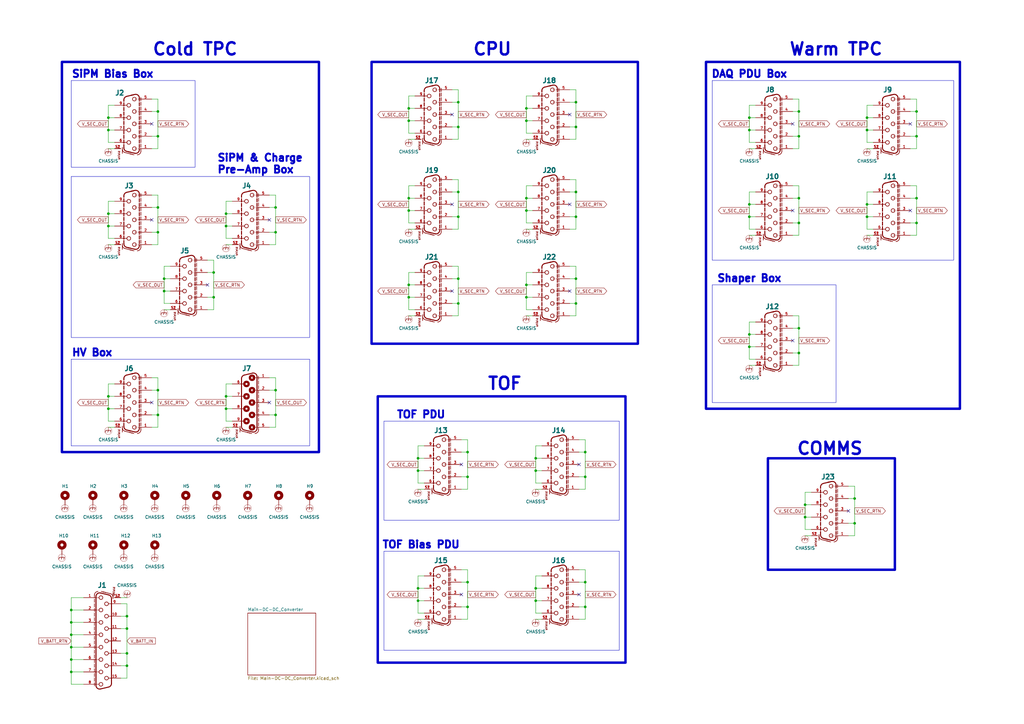
<source format=kicad_sch>
(kicad_sch (version 20250114) (generator "eeschema") (generator_version "9.0")
  (paper "A3")
  (lib_symbols
    (symbol "MSAG_Misc:CHASSIS" (power) (pin_names (offset 0))
      (property "Value" "CHASSIS" (at 0 -3.302 0))
      (symbol "CHASSIS_1_1"
        (pin power_in line (at 0 0 270) (length 0) (hide yes) (name "CHASSIS") (number "1"))
      )
    )
    (symbol "Mechanical:MountingHole_Pad" (pin_numbers (hide yes)) (pin_names (offset 1.016) (hide yes)) (exclude_from_sim yes) (in_bom no)
      (property "Reference" "H" (at 0 6.35 0))
      (property "Value" "MountingHole_Pad" (at 0 4.445 0))
      (symbol "MountingHole_Pad_1_1"
        (pin input line (at 0 -2.54 90) (length 2.54) (name "1") (number "1"))
      )
    )
    (symbol "Wurth_Elektronik:6180XX231121_618009231121" (pin_names (offset 1.016))
      (property "Reference" "J" (at 13.78 1.66 0))
      (symbol "6180XX231121_618009231121_0_0"
        (text "shield" (at 10.9 -5.32 0) (effects (font (size 0.8128 0.8128)) (justify left bottom)))
        (pin bidirectional line (at -10.16 7.62 270) (length 5.08) (name "~") (number "5"))
        (pin bidirectional line (at -7.62 -7.62 90) (length 5.08) (name "~") (number "9"))
        (pin bidirectional line (at -5.08 7.62 270) (length 5.08) (name "~") (number "4"))
        (pin bidirectional line (at -2.54 -7.62 90) (length 5.08) (name "~") (number "8"))
        (pin bidirectional line (at 0 7.62 270) (length 5.08) (name "~") (number "3"))
        (pin bidirectional line (at 2.54 -7.62 90) (length 5.08) (name "~") (number "7"))
        (pin bidirectional line (at 5.08 7.62 270) (length 5.08) (name "~") (number "2"))
        (pin bidirectional line (at 7.62 -7.62 90) (length 5.08) (name "~") (number "6"))
        (pin bidirectional line (at 10.16 7.62 270) (length 5.08) (name "~") (number "1"))
        (pin bidirectional line (at 10.16 -7.62 90) (length 2.54) (name "~") (number "S1"))
        (pin bidirectional line (at 10.16 -7.62 90) (length 2.54) (name "~") (number "S2"))
      )
    )
    (symbol "Wurth_Elektronik:6180XX231121_618015231121" (pin_names (offset 1.016))
      (property "Reference" "J" (at 21.4 1.66 0))
      (symbol "6180XX231121_618015231121_0_0"
        (text "shield" (at 18.52 -5.32 0) (effects (font (size 0.8128 0.8128)) (justify left bottom)))
        (pin bidirectional line (at -17.78 7.62 270) (length 5.08) (name "~") (number "8"))
        (pin bidirectional line (at -15.24 -7.62 90) (length 5.08) (name "~") (number "15"))
        (pin bidirectional line (at -12.7 7.62 270) (length 5.08) (name "~") (number "7"))
        (pin bidirectional line (at -10.16 -7.62 90) (length 5.08) (name "~") (number "14"))
        (pin bidirectional line (at -7.62 7.62 270) (length 5.08) (name "~") (number "6"))
        (pin bidirectional line (at -5.08 -7.62 90) (length 5.08) (name "~") (number "13"))
        (pin bidirectional line (at -2.54 7.62 270) (length 5.08) (name "~") (number "5"))
        (pin bidirectional line (at 0 -7.62 90) (length 5.08) (name "~") (number "12"))
        (pin bidirectional line (at 2.54 7.62 270) (length 5.08) (name "~") (number "4"))
        (pin bidirectional line (at 5.08 -7.62 90) (length 5.08) (name "~") (number "11"))
        (pin bidirectional line (at 7.62 7.62 270) (length 5.08) (name "~") (number "3"))
        (pin bidirectional line (at 10.16 -7.62 90) (length 5.08) (name "~") (number "10"))
        (pin bidirectional line (at 12.7 7.62 270) (length 5.08) (name "~") (number "2"))
        (pin bidirectional line (at 15.24 -7.62 90) (length 5.08) (name "~") (number "9"))
        (pin bidirectional line (at 17.78 7.62 270) (length 5.08) (name "~") (number "1"))
        (pin bidirectional line (at 17.78 -7.62 90) (length 2.54) (name "~") (number "S1"))
        (pin bidirectional line (at 17.78 -7.62 90) (length 2.54) (name "~") (number "S2"))
      )
    )
    (symbol "Wurth_Elektronik:6180XX231221_618009231221" (pin_names (offset 1.016))
      (property "Reference" "J" (at 13.78 1.66 0))
      (symbol "6180XX231221_618009231221_0_0"
        (text "shield" (at 10.9 -5.32 0) (effects (font (size 0.8128 0.8128)) (justify left bottom)))
        (pin bidirectional line (at -10.16 7.62 270) (length 5.08) (name "~") (number "1"))
        (pin bidirectional line (at -7.62 -7.62 90) (length 5.08) (name "~") (number "6"))
        (pin bidirectional line (at -5.08 7.62 270) (length 5.08) (name "~") (number "2"))
        (pin bidirectional line (at -2.54 -7.62 90) (length 5.08) (name "~") (number "7"))
        (pin bidirectional line (at 0 7.62 270) (length 5.08) (name "~") (number "3"))
        (pin bidirectional line (at 2.54 -7.62 90) (length 5.08) (name "~") (number "8"))
        (pin bidirectional line (at 5.08 7.62 270) (length 5.08) (name "~") (number "4"))
        (pin bidirectional line (at 7.62 -7.62 90) (length 5.08) (name "~") (number "9"))
        (pin bidirectional line (at 10.16 7.62 270) (length 5.08) (name "~") (number "5"))
        (pin bidirectional line (at 10.16 -7.62 90) (length 2.54) (name "~") (number "S1"))
        (pin bidirectional line (at 10.16 -7.62 90) (length 2.54) (name "~") (number "S2"))
      )
    )
  )
  (rectangle (start 314.96 187.96) (end 367.03 233.68) (stroke (width 1)))
  (rectangle (start 157.48 226.06) (end 254 266.7))
  (rectangle (start 289.56 25.4) (end 393.7 167.64) (stroke (width 1)))
  (rectangle (start 292.1 116.84) (end 342.9 165.1))
  (rectangle (start 29.21 72.39) (end 127 138.43))
  (rectangle (start 29.21 33.02) (end 80.01 68.58))
  (rectangle (start 152.4 25.4) (end 261.62 140.97) (stroke (width 1)))
  (rectangle (start 157.48 172.72) (end 254 213.36))
  (rectangle (start 292.1 33.02) (end 391.16 106.68))
  (rectangle (start 154.94 162.56) (end 256.54 271.78) (stroke (width 1)))
  (rectangle (start 29.21 147.32) (end 127 182.88))
  (rectangle (start 25.4 25.4) (end 130.81 185.42) (stroke (width 1)))
  (text "CPU" (at 201.93 20.32 0) (effects (font (size 5 5) (thickness 1) (bold yes))))
  (text "TOF Bias PDU" (at 172.72 223.52 0) (effects (font (size 3 3) (thickness 1) (bold yes))))
  (text "HV Box" (at 29.21 144.78 0) (effects (font (size 3 3) (thickness 1) (bold yes)) (justify left)))
  (text "SiPM Bias Box" (at 29.21 30.48 0) (effects (font (size 3 3) (thickness 1) (bold yes)) (justify left)))
  (text "COMMS" (at 340.36 184.15 0) (effects (font (size 5 5) (thickness 1) (bold yes))))
  (text "DAQ PDU Box" (at 307.34 30.48 0) (effects (font (size 3 3) (thickness 1) (bold yes))))
  (text "Shaper Box" (at 307.34 114.3 0) (effects (font (size 3 3) (thickness 1) (bold yes))))
  (text "SiPM & Charge \nPre-Amp Box" (at 88.9 67.31 0) (effects (font (size 3 3) (thickness 1) (bold yes)) (justify left)))
  (text "TOF PDU" (at 172.72 170.18 0) (effects (font (size 3 3) (thickness 1) (bold yes))))
  (text "TOF" (at 207.01 157.48 0) (effects (font (size 5 5) (thickness 1) (bold yes))))
  (text "Warm TPC" (at 342.9 20.32 0) (effects (font (size 5 5) (thickness 1) (bold yes))))
  (text "Cold TPC" (at 80.01 20.32 0) (effects (font (size 5 5) (thickness 1) (bold yes))))
  (junction (at 219.71 193.04))
  (junction (at 307.34 48.26))
  (junction (at 191.77 248.92))
  (junction (at 52.07 267.97))
  (junction (at 113.03 95.25))
  (junction (at 171.45 241.3))
  (junction (at 29.21 275.59))
  (junction (at 236.22 114.3))
  (junction (at 113.03 160.02))
  (junction (at 167.64 116.84))
  (junction (at 327.66 144.78))
  (junction (at 327.66 134.62))
  (junction (at 187.96 41.91))
  (junction (at 67.31 114.3))
  (junction (at 187.96 124.46))
  (junction (at 330.2 207.01))
  (junction (at 327.66 45.72))
  (junction (at 191.77 195.58))
  (junction (at 240.03 248.92))
  (junction (at 44.45 92.71))
  (junction (at 375.92 45.72))
  (junction (at 64.77 45.72))
  (junction (at 29.21 250.19))
  (junction (at 52.07 252.73))
  (junction (at 330.2 212.09))
  (junction (at 29.21 260.35))
  (junction (at 87.63 111.76))
  (junction (at 167.64 44.45))
  (junction (at 187.96 52.07))
  (junction (at 44.45 87.63))
  (junction (at 307.34 53.34))
  (junction (at 350.52 214.63))
  (junction (at 44.45 162.56))
  (junction (at 44.45 48.26))
  (junction (at 375.92 81.28))
  (junction (at 327.66 55.88))
  (junction (at 236.22 41.91))
  (junction (at 52.07 257.81))
  (junction (at 236.22 124.46))
  (junction (at 307.34 88.9))
  (junction (at 240.03 195.58))
  (junction (at 215.9 86.36))
  (junction (at 355.6 53.34))
  (junction (at 187.96 114.3))
  (junction (at 64.77 95.25))
  (junction (at 355.6 83.82))
  (junction (at 167.64 49.53))
  (junction (at 236.22 78.74))
  (junction (at 67.31 119.38))
  (junction (at 171.45 187.96))
  (junction (at 355.6 88.9))
  (junction (at 355.6 48.26))
  (junction (at 92.71 87.63))
  (junction (at 44.45 53.34))
  (junction (at 52.07 273.05))
  (junction (at 64.77 170.18))
  (junction (at 29.21 270.51))
  (junction (at 307.34 142.24))
  (junction (at 167.64 81.28))
  (junction (at 219.71 187.96))
  (junction (at 375.92 91.44))
  (junction (at 29.21 255.27))
  (junction (at 307.34 83.82))
  (junction (at 187.96 78.74))
  (junction (at 44.45 167.64))
  (junction (at 215.9 44.45))
  (junction (at 327.66 81.28))
  (junction (at 215.9 116.84))
  (junction (at 191.77 185.42))
  (junction (at 92.71 92.71))
  (junction (at 87.63 121.92))
  (junction (at 187.96 88.9))
  (junction (at 64.77 160.02))
  (junction (at 240.03 185.42))
  (junction (at 167.64 121.92))
  (junction (at 375.92 55.88))
  (junction (at 167.64 86.36))
  (junction (at 215.9 81.28))
  (junction (at 307.34 137.16))
  (junction (at 236.22 52.07))
  (junction (at 215.9 121.92))
  (junction (at 171.45 246.38))
  (junction (at 191.77 238.76))
  (junction (at 327.66 91.44))
  (junction (at 236.22 88.9))
  (junction (at 350.52 204.47))
  (junction (at 29.21 265.43))
  (junction (at 113.03 85.09))
  (junction (at 64.77 55.88))
  (junction (at 92.71 167.64))
  (junction (at 113.03 170.18))
  (junction (at 240.03 238.76))
  (junction (at 92.71 162.56))
  (junction (at 171.45 193.04))
  (junction (at 219.71 241.3))
  (junction (at 64.77 85.09))
  (junction (at 219.71 246.38))
  (junction (at 215.9 49.53))
  (no_connect (at 325.12 50.8))
  (no_connect (at 189.23 243.84))
  (no_connect (at 85.09 116.84))
  (no_connect (at 233.68 83.82))
  (no_connect (at 185.42 46.99))
  (no_connect (at 373.38 50.8))
  (no_connect (at 62.23 90.17))
  (no_connect (at 325.12 86.36))
  (no_connect (at 347.98 209.55))
  (no_connect (at 189.23 190.5))
  (no_connect (at 373.38 86.36))
  (no_connect (at 233.68 46.99))
  (no_connect (at 185.42 119.38))
  (no_connect (at 185.42 83.82))
  (no_connect (at 110.49 90.17))
  (no_connect (at 325.12 139.7))
  (no_connect (at 233.68 119.38))
  (no_connect (at 62.23 165.1))
  (no_connect (at 237.49 190.5))
  (no_connect (at 110.49 165.1))
  (no_connect (at 237.49 243.84))
  (no_connect (at 62.23 50.8))
  (wire (pts (xy 110.49 80.01) (xy 113.03 80.01)))
  (wire (pts (xy 185.42 41.91) (xy 187.96 41.91)))
  (wire (pts (xy 236.22 52.07) (xy 236.22 57.15)))
  (wire (pts (xy 237.49 248.92) (xy 240.03 248.92)))
  (wire (pts (xy 49.53 267.97) (xy 52.07 267.97)))
  (wire (pts (xy 215.9 81.28) (xy 218.44 81.28)))
  (wire (pts (xy 167.64 86.36) (xy 167.64 91.44)))
  (wire (pts (xy 185.42 88.9) (xy 187.96 88.9)))
  (wire (pts (xy 375.92 81.28) (xy 375.92 91.44)))
  (wire (pts (xy 171.45 182.88) (xy 171.45 187.96)))
  (wire (pts (xy 171.45 251.46) (xy 173.99 251.46)))
  (wire (pts (xy 350.52 199.39) (xy 350.52 204.47)))
  (wire (pts (xy 92.71 87.63) (xy 92.71 92.71)))
  (wire (pts (xy 167.64 44.45) (xy 170.18 44.45)))
  (wire (pts (xy 187.96 52.07) (xy 187.96 57.15)))
  (wire (pts (xy 64.77 85.09) (xy 64.77 95.25)))
  (wire (pts (xy 236.22 36.83) (xy 236.22 41.91)))
  (wire (pts (xy 67.31 119.38) (xy 69.85 119.38)))
  (wire (pts (xy 215.9 81.28) (xy 215.9 86.36)))
  (wire (pts (xy 191.77 180.34) (xy 191.77 185.42)))
  (wire (pts (xy 325.12 81.28) (xy 327.66 81.28)))
  (wire (pts (xy 171.45 241.3) (xy 171.45 246.38)))
  (wire (pts (xy 373.38 40.64) (xy 375.92 40.64)))
  (wire (pts (xy 350.52 204.47) (xy 350.52 214.63)))
  (wire (pts (xy 236.22 88.9) (xy 236.22 93.98)))
  (wire (pts (xy 375.92 45.72) (xy 375.92 55.88)))
  (wire (pts (xy 85.09 121.92) (xy 87.63 121.92)))
  (wire (pts (xy 236.22 129.54) (xy 233.68 129.54)))
  (wire (pts (xy 236.22 114.3) (xy 236.22 124.46)))
  (wire (pts (xy 67.31 109.22) (xy 67.31 114.3)))
  (wire (pts (xy 219.71 193.04) (xy 219.71 198.12)))
  (wire (pts (xy 46.99 43.18) (xy 44.45 43.18)))
  (wire (pts (xy 307.34 137.16) (xy 309.88 137.16)))
  (wire (pts (xy 218.44 39.37) (xy 215.9 39.37)))
  (wire (pts (xy 46.99 175.26) (xy 44.45 175.26)))
  (wire (pts (xy 189.23 180.34) (xy 191.77 180.34)))
  (wire (pts (xy 327.66 76.2) (xy 327.66 81.28)))
  (wire (pts (xy 240.03 200.66) (xy 237.49 200.66)))
  (wire (pts (xy 29.21 255.27) (xy 34.29 255.27)))
  (wire (pts (xy 327.66 129.54) (xy 327.66 134.62)))
  (wire (pts (xy 187.96 73.66) (xy 187.96 78.74)))
  (wire (pts (xy 347.98 199.39) (xy 350.52 199.39)))
  (wire (pts (xy 355.6 48.26) (xy 355.6 53.34)))
  (wire (pts (xy 95.25 82.55) (xy 92.71 82.55)))
  (wire (pts (xy 307.34 93.98) (xy 309.88 93.98)))
  (wire (pts (xy 167.64 116.84) (xy 170.18 116.84)))
  (wire (pts (xy 218.44 93.98) (xy 215.9 93.98)))
  (wire (pts (xy 171.45 193.04) (xy 171.45 198.12)))
  (wire (pts (xy 67.31 124.46) (xy 69.85 124.46)))
  (wire (pts (xy 44.45 48.26) (xy 44.45 53.34)))
  (wire (pts (xy 307.34 53.34) (xy 307.34 58.42)))
  (wire (pts (xy 46.99 60.96) (xy 44.45 60.96)))
  (wire (pts (xy 347.98 214.63) (xy 350.52 214.63)))
  (wire (pts (xy 92.71 157.48) (xy 95.25 157.48)))
  (wire (pts (xy 307.34 147.32) (xy 309.88 147.32)))
  (wire (pts (xy 44.45 87.63) (xy 46.99 87.63)))
  (wire (pts (xy 355.6 83.82) (xy 355.6 88.9)))
  (wire (pts (xy 309.88 96.52) (xy 307.34 96.52)))
  (wire (pts (xy 173.99 200.66) (xy 171.45 200.66)))
  (wire (pts (xy 167.64 39.37) (xy 167.64 44.45)))
  (wire (pts (xy 237.49 233.68) (xy 240.03 233.68)))
  (wire (pts (xy 355.6 53.34) (xy 355.6 58.42)))
  (wire (pts (xy 325.12 55.88) (xy 327.66 55.88)))
  (wire (pts (xy 219.71 236.22) (xy 219.71 241.3)))
  (wire (pts (xy 330.2 217.17) (xy 332.74 217.17)))
  (wire (pts (xy 113.03 100.33) (xy 110.49 100.33)))
  (wire (pts (xy 355.6 43.18) (xy 355.6 48.26)))
  (wire (pts (xy 29.21 255.27) (xy 29.21 250.19)))
  (wire (pts (xy 49.53 257.81) (xy 52.07 257.81)))
  (wire (pts (xy 233.68 73.66) (xy 236.22 73.66)))
  (wire (pts (xy 167.64 54.61) (xy 170.18 54.61)))
  (wire (pts (xy 64.77 40.64) (xy 64.77 45.72)))
  (wire (pts (xy 373.38 81.28) (xy 375.92 81.28)))
  (wire (pts (xy 44.45 53.34) (xy 44.45 58.42)))
  (wire (pts (xy 215.9 111.76) (xy 215.9 116.84)))
  (wire (pts (xy 62.23 85.09) (xy 64.77 85.09)))
  (wire (pts (xy 375.92 60.96) (xy 373.38 60.96)))
  (wire (pts (xy 325.12 76.2) (xy 327.66 76.2)))
  (wire (pts (xy 49.53 273.05) (xy 52.07 273.05)))
  (wire (pts (xy 327.66 96.52) (xy 325.12 96.52)))
  (wire (pts (xy 52.07 252.73) (xy 52.07 257.81)))
  (wire (pts (xy 185.42 114.3) (xy 187.96 114.3)))
  (wire (pts (xy 307.34 83.82) (xy 309.88 83.82)))
  (wire (pts (xy 29.21 275.59) (xy 29.21 270.51)))
  (wire (pts (xy 69.85 109.22) (xy 67.31 109.22)))
  (wire (pts (xy 167.64 76.2) (xy 167.64 81.28)))
  (wire (pts (xy 358.14 43.18) (xy 355.6 43.18)))
  (wire (pts (xy 173.99 236.22) (xy 171.45 236.22)))
  (wire (pts (xy 173.99 182.88) (xy 171.45 182.88)))
  (wire (pts (xy 358.14 96.52) (xy 355.6 96.52)))
  (wire (pts (xy 167.64 116.84) (xy 167.64 121.92)))
  (wire (pts (xy 218.44 129.54) (xy 215.9 129.54)))
  (wire (pts (xy 44.45 82.55) (xy 44.45 87.63)))
  (wire (pts (xy 171.45 241.3) (xy 173.99 241.3)))
  (wire (pts (xy 44.45 157.48) (xy 44.45 162.56)))
  (wire (pts (xy 62.23 40.64) (xy 64.77 40.64)))
  (wire (pts (xy 327.66 149.86) (xy 325.12 149.86)))
  (wire (pts (xy 29.21 265.43) (xy 34.29 265.43)))
  (wire (pts (xy 113.03 175.26) (xy 110.49 175.26)))
  (wire (pts (xy 307.34 142.24) (xy 309.88 142.24)))
  (wire (pts (xy 330.2 212.09) (xy 330.2 217.17)))
  (wire (pts (xy 375.92 40.64) (xy 375.92 45.72)))
  (wire (pts (xy 330.2 207.01) (xy 330.2 212.09)))
  (wire (pts (xy 110.49 170.18) (xy 113.03 170.18)))
  (wire (pts (xy 85.09 111.76) (xy 87.63 111.76)))
  (wire (pts (xy 171.45 246.38) (xy 171.45 251.46)))
  (wire (pts (xy 236.22 57.15) (xy 233.68 57.15)))
  (wire (pts (xy 332.74 201.93) (xy 330.2 201.93)))
  (wire (pts (xy 187.96 41.91) (xy 187.96 52.07)))
  (wire (pts (xy 240.03 195.58) (xy 240.03 200.66)))
  (wire (pts (xy 113.03 80.01) (xy 113.03 85.09)))
  (wire (pts (xy 29.21 280.67) (xy 29.21 275.59)))
  (wire (pts (xy 189.23 233.68) (xy 191.77 233.68)))
  (wire (pts (xy 170.18 76.2) (xy 167.64 76.2)))
  (wire (pts (xy 44.45 58.42) (xy 46.99 58.42)))
  (wire (pts (xy 170.18 111.76) (xy 167.64 111.76)))
  (wire (pts (xy 237.49 238.76) (xy 240.03 238.76)))
  (wire (pts (xy 307.34 142.24) (xy 307.34 147.32)))
  (wire (pts (xy 67.31 119.38) (xy 67.31 124.46)))
  (wire (pts (xy 233.68 109.22) (xy 236.22 109.22)))
  (wire (pts (xy 92.71 87.63) (xy 95.25 87.63)))
  (wire (pts (xy 236.22 109.22) (xy 236.22 114.3)))
  (wire (pts (xy 373.38 45.72) (xy 375.92 45.72)))
  (wire (pts (xy 185.42 124.46) (xy 187.96 124.46)))
  (wire (pts (xy 34.29 280.67) (xy 29.21 280.67)))
  (wire (pts (xy 191.77 195.58) (xy 191.77 200.66)))
  (wire (pts (xy 44.45 48.26) (xy 46.99 48.26)))
  (wire (pts (xy 44.45 167.64) (xy 44.45 172.72)))
  (wire (pts (xy 355.6 83.82) (xy 358.14 83.82)))
  (wire (pts (xy 355.6 88.9) (xy 355.6 93.98)))
  (wire (pts (xy 92.71 175.26) (xy 95.25 175.26)))
  (wire (pts (xy 375.92 91.44) (xy 375.92 96.52)))
  (wire (pts (xy 92.71 92.71) (xy 95.25 92.71)))
  (wire (pts (xy 167.64 81.28) (xy 167.64 86.36)))
  (wire (pts (xy 355.6 58.42) (xy 358.14 58.42)))
  (wire (pts (xy 170.18 93.98) (xy 167.64 93.98)))
  (wire (pts (xy 219.71 241.3) (xy 222.25 241.3)))
  (wire (pts (xy 185.42 52.07) (xy 187.96 52.07)))
  (wire (pts (xy 44.45 43.18) (xy 44.45 48.26)))
  (wire (pts (xy 49.53 252.73) (xy 52.07 252.73)))
  (wire (pts (xy 307.34 88.9) (xy 309.88 88.9)))
  (wire (pts (xy 355.6 88.9) (xy 358.14 88.9)))
  (wire (pts (xy 236.22 93.98) (xy 233.68 93.98)))
  (wire (pts (xy 110.49 95.25) (xy 113.03 95.25)))
  (wire (pts (xy 167.64 91.44) (xy 170.18 91.44)))
  (wire (pts (xy 355.6 48.26) (xy 358.14 48.26)))
  (wire (pts (xy 113.03 85.09) (xy 113.03 95.25)))
  (wire (pts (xy 373.38 91.44) (xy 375.92 91.44)))
  (wire (pts (xy 87.63 121.92) (xy 87.63 127)))
  (wire (pts (xy 236.22 78.74) (xy 236.22 88.9)))
  (wire (pts (xy 62.23 154.94) (xy 64.77 154.94)))
  (wire (pts (xy 171.45 236.22) (xy 171.45 241.3)))
  (wire (pts (xy 191.77 233.68) (xy 191.77 238.76)))
  (wire (pts (xy 44.45 167.64) (xy 46.99 167.64)))
  (wire (pts (xy 46.99 157.48) (xy 44.45 157.48)))
  (wire (pts (xy 375.92 76.2) (xy 375.92 81.28)))
  (wire (pts (xy 240.03 185.42) (xy 240.03 195.58)))
  (wire (pts (xy 219.71 251.46) (xy 222.25 251.46)))
  (wire (pts (xy 44.45 92.71) (xy 46.99 92.71)))
  (wire (pts (xy 171.45 187.96) (xy 173.99 187.96)))
  (wire (pts (xy 219.71 246.38) (xy 219.71 251.46)))
  (wire (pts (xy 355.6 93.98) (xy 358.14 93.98)))
  (wire (pts (xy 327.66 55.88) (xy 327.66 60.96)))
  (wire (pts (xy 215.9 127) (xy 218.44 127)))
  (wire (pts (xy 29.21 270.51) (xy 34.29 270.51)))
  (wire (pts (xy 29.21 270.51) (xy 29.21 265.43)))
  (wire (pts (xy 85.09 106.68) (xy 87.63 106.68)))
  (wire (pts (xy 307.34 53.34) (xy 309.88 53.34)))
  (wire (pts (xy 330.2 212.09) (xy 332.74 212.09)))
  (wire (pts (xy 64.77 80.01) (xy 64.77 85.09)))
  (wire (pts (xy 373.38 55.88) (xy 375.92 55.88)))
  (wire (pts (xy 44.45 172.72) (xy 46.99 172.72)))
  (wire (pts (xy 62.23 80.01) (xy 64.77 80.01)))
  (wire (pts (xy 95.25 162.56) (xy 92.71 162.56)))
  (wire (pts (xy 191.77 248.92) (xy 191.77 254)))
  (wire (pts (xy 373.38 76.2) (xy 375.92 76.2)))
  (wire (pts (xy 215.9 116.84) (xy 218.44 116.84)))
  (wire (pts (xy 327.66 144.78) (xy 327.66 149.86)))
  (wire (pts (xy 52.07 257.81) (xy 52.07 267.97)))
  (wire (pts (xy 170.18 39.37) (xy 167.64 39.37)))
  (wire (pts (xy 309.88 43.18) (xy 307.34 43.18)))
  (wire (pts (xy 187.96 129.54) (xy 185.42 129.54)))
  (wire (pts (xy 187.96 109.22) (xy 187.96 114.3)))
  (wire (pts (xy 167.64 86.36) (xy 170.18 86.36)))
  (wire (pts (xy 167.64 121.92) (xy 170.18 121.92)))
  (wire (pts (xy 222.25 254) (xy 219.71 254)))
  (wire (pts (xy 222.25 182.88) (xy 219.71 182.88)))
  (wire (pts (xy 222.25 236.22) (xy 219.71 236.22)))
  (wire (pts (xy 170.18 57.15) (xy 167.64 57.15)))
  (wire (pts (xy 307.34 48.26) (xy 307.34 53.34)))
  (wire (pts (xy 355.6 53.34) (xy 358.14 53.34)))
  (wire (pts (xy 347.98 204.47) (xy 350.52 204.47)))
  (wire (pts (xy 307.34 58.42) (xy 309.88 58.42)))
  (wire (pts (xy 191.77 254) (xy 189.23 254)))
  (wire (pts (xy 62.23 170.18) (xy 64.77 170.18)))
  (wire (pts (xy 215.9 86.36) (xy 218.44 86.36)))
  (wire (pts (xy 92.71 162.56) (xy 92.71 157.48)))
  (wire (pts (xy 171.45 246.38) (xy 173.99 246.38)))
  (wire (pts (xy 187.96 57.15) (xy 185.42 57.15)))
  (wire (pts (xy 167.64 49.53) (xy 170.18 49.53)))
  (wire (pts (xy 325.12 40.64) (xy 327.66 40.64)))
  (wire (pts (xy 87.63 111.76) (xy 87.63 121.92)))
  (wire (pts (xy 64.77 95.25) (xy 64.77 100.33)))
  (wire (pts (xy 215.9 121.92) (xy 218.44 121.92)))
  (wire (pts (xy 46.99 82.55) (xy 44.45 82.55)))
  (wire (pts (xy 62.23 95.25) (xy 64.77 95.25)))
  (wire (pts (xy 325.12 45.72) (xy 327.66 45.72)))
  (wire (pts (xy 233.68 114.3) (xy 236.22 114.3)))
  (wire (pts (xy 237.49 185.42) (xy 240.03 185.42)))
  (wire (pts (xy 167.64 44.45) (xy 167.64 49.53)))
  (wire (pts (xy 113.03 95.25) (xy 113.03 100.33)))
  (wire (pts (xy 29.21 275.59) (xy 34.29 275.59)))
  (wire (pts (xy 233.68 88.9) (xy 236.22 88.9)))
  (wire (pts (xy 87.63 127) (xy 85.09 127)))
  (wire (pts (xy 218.44 57.15) (xy 215.9 57.15)))
  (wire (pts (xy 219.71 246.38) (xy 222.25 246.38)))
  (wire (pts (xy 215.9 91.44) (xy 218.44 91.44)))
  (wire (pts (xy 189.23 238.76) (xy 191.77 238.76)))
  (wire (pts (xy 219.71 241.3) (xy 219.71 246.38)))
  (wire (pts (xy 222.25 200.66) (xy 219.71 200.66)))
  (wire (pts (xy 350.52 219.71) (xy 347.98 219.71)))
  (wire (pts (xy 92.71 167.64) (xy 95.25 167.64)))
  (wire (pts (xy 236.22 41.91) (xy 236.22 52.07)))
  (wire (pts (xy 64.77 154.94) (xy 64.77 160.02)))
  (wire (pts (xy 219.71 193.04) (xy 222.25 193.04)))
  (wire (pts (xy 187.96 93.98) (xy 185.42 93.98)))
  (wire (pts (xy 29.21 260.35) (xy 29.21 255.27)))
  (wire (pts (xy 215.9 86.36) (xy 215.9 91.44)))
  (wire (pts (xy 307.34 48.26) (xy 309.88 48.26)))
  (wire (pts (xy 236.22 124.46) (xy 236.22 129.54)))
  (wire (pts (xy 52.07 247.65) (xy 52.07 252.73)))
  (wire (pts (xy 29.21 245.11) (xy 34.29 245.11)))
  (wire (pts (xy 191.77 238.76) (xy 191.77 248.92)))
  (wire (pts (xy 240.03 180.34) (xy 240.03 185.42)))
  (wire (pts (xy 307.34 78.74) (xy 307.34 83.82)))
  (wire (pts (xy 327.66 81.28) (xy 327.66 91.44)))
  (wire (pts (xy 185.42 73.66) (xy 187.96 73.66)))
  (wire (pts (xy 64.77 45.72) (xy 64.77 55.88)))
  (wire (pts (xy 110.49 160.02) (xy 113.03 160.02)))
  (wire (pts (xy 219.71 182.88) (xy 219.71 187.96)))
  (wire (pts (xy 49.53 245.11) (xy 52.07 245.11)))
  (wire (pts (xy 307.34 83.82) (xy 307.34 88.9)))
  (wire (pts (xy 187.96 124.46) (xy 187.96 129.54)))
  (wire (pts (xy 67.31 114.3) (xy 69.85 114.3)))
  (wire (pts (xy 52.07 273.05) (xy 52.07 267.97)))
  (wire (pts (xy 309.88 132.08) (xy 307.34 132.08)))
  (wire (pts (xy 64.77 175.26) (xy 62.23 175.26)))
  (wire (pts (xy 219.71 198.12) (xy 222.25 198.12)))
  (wire (pts (xy 355.6 78.74) (xy 355.6 83.82)))
  (wire (pts (xy 64.77 60.96) (xy 62.23 60.96)))
  (wire (pts (xy 62.23 45.72) (xy 64.77 45.72)))
  (wire (pts (xy 307.34 88.9) (xy 307.34 93.98)))
  (wire (pts (xy 95.25 100.33) (xy 92.71 100.33)))
  (wire (pts (xy 64.77 170.18) (xy 64.77 175.26)))
  (wire (pts (xy 171.45 198.12) (xy 173.99 198.12)))
  (wire (pts (xy 187.96 78.74) (xy 187.96 88.9)))
  (wire (pts (xy 237.49 180.34) (xy 240.03 180.34)))
  (wire (pts (xy 167.64 111.76) (xy 167.64 116.84)))
  (wire (pts (xy 110.49 85.09) (xy 113.03 85.09)))
  (wire (pts (xy 187.96 36.83) (xy 187.96 41.91)))
  (wire (pts (xy 215.9 76.2) (xy 215.9 81.28)))
  (wire (pts (xy 215.9 44.45) (xy 215.9 49.53)))
  (wire (pts (xy 170.18 129.54) (xy 167.64 129.54)))
  (wire (pts (xy 330.2 207.01) (xy 332.74 207.01)))
  (wire (pts (xy 233.68 52.07) (xy 236.22 52.07)))
  (wire (pts (xy 215.9 116.84) (xy 215.9 121.92)))
  (wire (pts (xy 29.21 260.35) (xy 34.29 260.35)))
  (wire (pts (xy 87.63 106.68) (xy 87.63 111.76)))
  (wire (pts (xy 327.66 60.96) (xy 325.12 60.96)))
  (wire (pts (xy 233.68 36.83) (xy 236.22 36.83)))
  (wire (pts (xy 92.71 97.79) (xy 95.25 97.79)))
  (wire (pts (xy 67.31 114.3) (xy 67.31 119.38)))
  (wire (pts (xy 358.14 78.74) (xy 355.6 78.74)))
  (wire (pts (xy 167.64 81.28) (xy 170.18 81.28)))
  (wire (pts (xy 62.23 55.88) (xy 64.77 55.88)))
  (wire (pts (xy 215.9 44.45) (xy 218.44 44.45)))
  (wire (pts (xy 92.71 167.64) (xy 92.71 162.56)))
  (wire (pts (xy 215.9 49.53) (xy 218.44 49.53)))
  (wire (pts (xy 240.03 233.68) (xy 240.03 238.76)))
  (wire (pts (xy 29.21 260.35) (xy 29.21 265.43)))
  (wire (pts (xy 237.49 195.58) (xy 240.03 195.58)))
  (wire (pts (xy 44.45 162.56) (xy 44.45 167.64)))
  (wire (pts (xy 185.42 78.74) (xy 187.96 78.74)))
  (wire (pts (xy 327.66 91.44) (xy 327.66 96.52)))
  (wire (pts (xy 92.71 82.55) (xy 92.71 87.63)))
  (wire (pts (xy 219.71 187.96) (xy 222.25 187.96)))
  (wire (pts (xy 62.23 160.02) (xy 64.77 160.02)))
  (wire (pts (xy 375.92 55.88) (xy 375.92 60.96)))
  (wire (pts (xy 44.45 92.71) (xy 44.45 97.79)))
  (wire (pts (xy 44.45 162.56) (xy 46.99 162.56)))
  (wire (pts (xy 240.03 238.76) (xy 240.03 248.92)))
  (wire (pts (xy 218.44 76.2) (xy 215.9 76.2)))
  (wire (pts (xy 350.52 214.63) (xy 350.52 219.71)))
  (wire (pts (xy 233.68 41.91) (xy 236.22 41.91)))
  (wire (pts (xy 185.42 109.22) (xy 187.96 109.22)))
  (wire (pts (xy 189.23 195.58) (xy 191.77 195.58)))
  (wire (pts (xy 325.12 134.62) (xy 327.66 134.62)))
  (wire (pts (xy 189.23 185.42) (xy 191.77 185.42)))
  (wire (pts (xy 240.03 254) (xy 237.49 254)))
  (wire (pts (xy 92.71 92.71) (xy 92.71 97.79)))
  (wire (pts (xy 64.77 100.33) (xy 62.23 100.33)))
  (wire (pts (xy 46.99 100.33) (xy 44.45 100.33)))
  (wire (pts (xy 64.77 55.88) (xy 64.77 60.96)))
  (wire (pts (xy 69.85 127) (xy 67.31 127)))
  (wire (pts (xy 113.03 170.18) (xy 113.03 175.26)))
  (wire (pts (xy 173.99 254) (xy 171.45 254)))
  (wire (pts (xy 49.53 278.13) (xy 52.07 278.13)))
  (wire (pts (xy 171.45 193.04) (xy 173.99 193.04)))
  (wire (pts (xy 215.9 54.61) (xy 218.44 54.61)))
  (wire (pts (xy 327.66 134.62) (xy 327.66 144.78)))
  (wire (pts (xy 29.21 250.19) (xy 34.29 250.19)))
  (wire (pts (xy 219.71 187.96) (xy 219.71 193.04)))
  (wire (pts (xy 325.12 144.78) (xy 327.66 144.78)))
  (wire (pts (xy 167.64 49.53) (xy 167.64 54.61)))
  (wire (pts (xy 95.25 172.72) (xy 92.71 172.72)))
  (wire (pts (xy 187.96 88.9) (xy 187.96 93.98)))
  (wire (pts (xy 240.03 248.92) (xy 240.03 254)))
  (wire (pts (xy 327.66 45.72) (xy 327.66 55.88)))
  (wire (pts (xy 325.12 129.54) (xy 327.66 129.54)))
  (wire (pts (xy 325.12 91.44) (xy 327.66 91.44)))
  (wire (pts (xy 307.34 43.18) (xy 307.34 48.26)))
  (wire (pts (xy 233.68 124.46) (xy 236.22 124.46)))
  (wire (pts (xy 191.77 200.66) (xy 189.23 200.66)))
  (wire (pts (xy 191.77 185.42) (xy 191.77 195.58)))
  (wire (pts (xy 185.42 36.83) (xy 187.96 36.83)))
  (wire (pts (xy 309.88 78.74) (xy 307.34 78.74)))
  (wire (pts (xy 233.68 78.74) (xy 236.22 78.74)))
  (wire (pts (xy 167.64 121.92) (xy 167.64 127)))
  (wire (pts (xy 215.9 49.53) (xy 215.9 54.61)))
  (wire (pts (xy 358.14 60.96) (xy 355.6 60.96)))
  (wire (pts (xy 327.66 40.64) (xy 327.66 45.72)))
  (wire (pts (xy 189.23 248.92) (xy 191.77 248.92)))
  (wire (pts (xy 52.07 278.13) (xy 52.07 273.05)))
  (wire (pts (xy 218.44 111.76) (xy 215.9 111.76)))
  (wire (pts (xy 49.53 247.65) (xy 52.07 247.65)))
  (wire (pts (xy 187.96 114.3) (xy 187.96 124.46)))
  (wire (pts (xy 29.21 250.19) (xy 29.21 245.11)))
  (wire (pts (xy 307.34 137.16) (xy 307.34 142.24)))
  (wire (pts (xy 375.92 96.52) (xy 373.38 96.52)))
  (wire (pts (xy 44.45 53.34) (xy 46.99 53.34)))
  (wire (pts (xy 110.49 154.94) (xy 113.03 154.94)))
  (wire (pts (xy 167.64 127) (xy 170.18 127)))
  (wire (pts (xy 44.45 87.63) (xy 44.45 92.71)))
  (wire (pts (xy 92.71 172.72) (xy 92.71 167.64)))
  (wire (pts (xy 44.45 97.79) (xy 46.99 97.79)))
  (wire (pts (xy 113.03 154.94) (xy 113.03 160.02)))
  (wire (pts (xy 215.9 39.37) (xy 215.9 44.45)))
  (wire (pts (xy 309.88 149.86) (xy 307.34 149.86)))
  (wire (pts (xy 307.34 132.08) (xy 307.34 137.16)))
  (wire (pts (xy 64.77 160.02) (xy 64.77 170.18)))
  (wire (pts (xy 215.9 121.92) (xy 215.9 127)))
  (wire (pts (xy 330.2 201.93) (xy 330.2 207.01)))
  (wire (pts (xy 309.88 60.96) (xy 307.34 60.96)))
  (wire (pts (xy 171.45 187.96) (xy 171.45 193.04)))
  (wire (pts (xy 332.74 219.71) (xy 330.2 219.71)))
  (wire (pts (xy 236.22 73.66) (xy 236.22 78.74)))
  (wire (pts (xy 113.03 160.02) (xy 113.03 170.18)))
  (global_label "V_SEC_OUT" (shape output) (at 44.45 90.17 180) (property "Intersheetrefs" "${INTERSHEET_REFS}" (effects (hide yes))))
  (global_label "V_SEC_RTN" (shape output) (at 236.22 83.82 0) (property "Intersheetrefs" "${INTERSHEET_REFS}" (effects (hide yes))))
  (global_label "V_SEC_RTN" (shape output) (at 187.96 46.99 0) (property "Intersheetrefs" "${INTERSHEET_REFS}" (effects (hide yes))))
  (global_label "V_SEC_RTN" (shape output) (at 327.66 50.8 0) (property "Intersheetrefs" "${INTERSHEET_REFS}" (effects (hide yes))))
  (global_label "V_SEC_RTN" (shape output) (at 187.96 119.38 0) (property "Intersheetrefs" "${INTERSHEET_REFS}" (effects (hide yes))))
  (global_label "V_SEC_OUT" (shape output) (at 355.6 50.8 180) (property "Intersheetrefs" "${INTERSHEET_REFS}" (effects (hide yes))))
  (global_label "V_SEC_OUT" (shape output) (at 113.03 165.1 0) (property "Intersheetrefs" "${INTERSHEET_REFS}" (effects (hide yes))))
  (global_label "V_SEC_RTN" (shape output) (at 236.22 119.38 0) (property "Intersheetrefs" "${INTERSHEET_REFS}" (effects (hide yes))))
  (global_label "V_SEC_RTN" (shape output) (at 350.52 209.55 0) (property "Intersheetrefs" "${INTERSHEET_REFS}" (effects (hide yes))))
  (global_label "V_SEC_RTN" (shape output) (at 240.03 243.84 0) (property "Intersheetrefs" "${INTERSHEET_REFS}" (effects (hide yes))))
  (global_label "V_SEC_OUT" (shape output) (at 307.34 86.36 180) (property "Intersheetrefs" "${INTERSHEET_REFS}" (effects (hide yes))))
  (global_label "V_SEC_RTN" (shape output) (at 87.63 116.84 0) (property "Intersheetrefs" "${INTERSHEET_REFS}" (effects (hide yes))))
  (global_label "V_SEC_OUT" (shape output) (at 92.71 90.17 180) (property "Intersheetrefs" "${INTERSHEET_REFS}" (effects (hide yes))))
  (global_label "V_SEC_RTN" (shape output) (at 240.03 190.5 0) (property "Intersheetrefs" "${INTERSHEET_REFS}" (effects (hide yes))))
  (global_label "V_SEC_OUT" (shape output) (at 171.45 190.5 180) (property "Intersheetrefs" "${INTERSHEET_REFS}" (effects (hide yes))))
  (global_label "V_SEC_OUT" (shape output) (at 67.31 116.84 180) (property "Intersheetrefs" "${INTERSHEET_REFS}" (effects (hide yes))))
  (global_label "V_SEC_OUT" (shape output) (at 167.64 119.38 180) (property "Intersheetrefs" "${INTERSHEET_REFS}" (effects (hide yes))))
  (global_label "V_SEC_RTN" (shape output) (at 327.66 139.7 0) (property "Intersheetrefs" "${INTERSHEET_REFS}" (effects (hide yes))))
  (global_label "V_SEC_RTN" (shape output) (at 92.71 165.1 180) (property "Intersheetrefs" "${INTERSHEET_REFS}" (effects (hide yes))))
  (global_label "V_SEC_RTN" (shape output) (at 375.92 86.36 0) (property "Intersheetrefs" "${INTERSHEET_REFS}" (effects (hide yes))))
  (global_label "V_SEC_OUT" (shape output) (at 219.71 243.84 180) (property "Intersheetrefs" "${INTERSHEET_REFS}" (effects (hide yes))))
  (global_label "V_SEC_RTN" (shape output) (at 191.77 243.84 0) (property "Intersheetrefs" "${INTERSHEET_REFS}" (effects (hide yes))))
  (global_label "V_SEC_OUT" (shape output) (at 307.34 50.8 180) (property "Intersheetrefs" "${INTERSHEET_REFS}" (effects (hide yes))))
  (global_label "V_SEC_OUT" (shape output) (at 167.64 46.99 180) (property "Intersheetrefs" "${INTERSHEET_REFS}" (effects (hide yes))))
  (global_label "V_BATT_IN" (shape input) (at 52.07 262.89 0) (property "Intersheetrefs" "${INTERSHEET_REFS}" (effects (hide yes))))
  (global_label "V_SEC_OUT" (shape output) (at 219.71 190.5 180) (property "Intersheetrefs" "${INTERSHEET_REFS}" (effects (hide yes))))
  (global_label "V_SEC_RTN" (shape output) (at 64.77 90.17 0) (property "Intersheetrefs" "${INTERSHEET_REFS}" (effects (hide yes))))
  (global_label "V_SEC_OUT" (shape output) (at 215.9 46.99 180) (property "Intersheetrefs" "${INTERSHEET_REFS}" (effects (hide yes))))
  (global_label "V_SEC_RTN" (shape output) (at 236.22 46.99 0) (property "Intersheetrefs" "${INTERSHEET_REFS}" (effects (hide yes))))
  (global_label "V_SEC_RTN" (shape output) (at 187.96 83.82 0) (property "Intersheetrefs" "${INTERSHEET_REFS}" (effects (hide yes))))
  (global_label "V_SEC_OUT" (shape output) (at 44.45 165.1 180) (property "Intersheetrefs" "${INTERSHEET_REFS}" (effects (hide yes))))
  (global_label "V_SEC_RTN" (shape output) (at 327.66 86.36 0) (property "Intersheetrefs" "${INTERSHEET_REFS}" (effects (hide yes))))
  (global_label "V_SEC_OUT" (shape output) (at 215.9 83.82 180) (property "Intersheetrefs" "${INTERSHEET_REFS}" (effects (hide yes))))
  (global_label "V_SEC_OUT" (shape output) (at 355.6 86.36 180) (property "Intersheetrefs" "${INTERSHEET_REFS}" (effects (hide yes))))
  (global_label "V_SEC_RTN" (shape output) (at 375.92 50.8 0) (property "Intersheetrefs" "${INTERSHEET_REFS}" (effects (hide yes))))
  (global_label "V_SEC_OUT" (shape output) (at 171.45 243.84 180) (property "Intersheetrefs" "${INTERSHEET_REFS}" (effects (hide yes))))
  (global_label "V_SEC_OUT" (shape output) (at 330.2 209.55 180) (property "Intersheetrefs" "${INTERSHEET_REFS}" (effects (hide yes))))
  (global_label "V_SEC_OUT" (shape output) (at 167.64 83.82 180) (property "Intersheetrefs" "${INTERSHEET_REFS}" (effects (hide yes))))
  (global_label "V_SEC_OUT" (shape output) (at 307.34 139.7 180) (property "Intersheetrefs" "${INTERSHEET_REFS}" (effects (hide yes))))
  (global_label "V_BATT_RTN" (shape input) (at 29.21 262.89 180) (property "Intersheetrefs" "${INTERSHEET_REFS}" (effects (hide yes))))
  (global_label "V_SEC_RTN" (shape output) (at 191.77 190.5 0) (property "Intersheetrefs" "${INTERSHEET_REFS}" (effects (hide yes))))
  (global_label "V_SEC_RTN" (shape output) (at 64.77 165.1 0) (property "Intersheetrefs" "${INTERSHEET_REFS}" (effects (hide yes))))
  (global_label "V_SEC_OUT" (shape output) (at 215.9 119.38 180) (property "Intersheetrefs" "${INTERSHEET_REFS}" (effects (hide yes))))
  (global_label "V_SEC_OUT" (shape output) (at 44.45 50.8 180) (property "Intersheetrefs" "${INTERSHEET_REFS}" (effects (hide yes))))
  (global_label "V_SEC_RTN" (shape output) (at 64.77 50.8 0) (property "Intersheetrefs" "${INTERSHEET_REFS}" (effects (hide yes))))
  (global_label "V_SEC_RTN" (shape output) (at 113.03 90.17 0) (property "Intersheetrefs" "${INTERSHEET_REFS}" (effects (hide yes))))
  (symbol (lib_id "Wurth_Elektronik:6180XX231121_618009231121") (at 54.61 90.17 270) (unit 1)
    (property "Reference" "J3" (at 50.8 76.2 90) (effects (font (size 2 2) (thickness 0.4) (bold yes)) (justify left)))
    (property "Value" "618009231121" (effects (hide yes)))
    (property "Footprint" "Wurth_Elektronik:618009231121" (effects (hide yes)))
    (property "Datasheet" "https://www.we-online.com/components/products/datasheet/618009231121.pdf" (effects (hide yes)))
    (property "Description" "9 Position D-Sub Socket, Female Pins Connector" (effects (hide yes)))
    (property "Manufacturer" "Würth Elektronik" (effects (hide yes)))
    (property "Man. Part Num" "618009231121" (effects (hide yes)))
    (property "Vendor" "Digi-Key" (effects (hide yes)))
    (property "Vendor Part Num" "732-618009231121-ND" (effects (hide yes)))
    (property "Vendor URL" "https://www.digikey.com/en/products/detail/w%C3%BCrth-elektronik/618009231121/10484687?s=N4IgTCBcDaIOwGYwFoBsBGAHABmwTjAXXTHWQDkAREAXQF8g" (effects (hide yes)))
    (property "Pin Count" "9" (effects (hide yes)))
    (property "Gender" "Female" (effects (hide yes)))
    (property "Type" "Angled" (effects (hide yes)))
    (property "Working-Voltage" "125 V(AC)" (effects (hide yes)))
    (property "Rated Current" "3A" (effects (hide yes)))
  )
  (symbol (lib_id "Wurth_Elektronik:6180XX231121_618009231121") (at 177.8 83.82 270) (unit 1)
    (property "Reference" "J19" (at 173.99 69.85 90) (effects (font (size 2 2) (thickness 0.4) (bold yes)) (justify left)))
    (property "Value" "618009231121" (effects (hide yes)))
    (property "Footprint" "Wurth_Elektronik:618009231121" (effects (hide yes)))
    (property "Datasheet" "https://www.we-online.com/components/products/datasheet/618009231121.pdf" (effects (hide yes)))
    (property "Description" "9 Position D-Sub Socket, Female Pins Connector" (effects (hide yes)))
    (property "Manufacturer" "Würth Elektronik" (effects (hide yes)))
    (property "Man. Part Num" "618009231121" (effects (hide yes)))
    (property "Vendor" "Digi-Key" (effects (hide yes)))
    (property "Vendor Part Num" "732-618009231121-ND" (effects (hide yes)))
    (property "Vendor URL" "https://www.digikey.com/en/products/detail/w%C3%BCrth-elektronik/618009231121/10484687?s=N4IgTCBcDaIOwGYwFoBsBGAHABmwTjAXXTHWQDkAREAXQF8g" (effects (hide yes)))
    (property "Pin Count" "9" (effects (hide yes)))
    (property "Gender" "Female" (effects (hide yes)))
    (property "Type" "Angled" (effects (hide yes)))
    (property "Working-Voltage" "125 V(AC)" (effects (hide yes)))
    (property "Rated Current" "3A" (effects (hide yes)))
  )
  (symbol (lib_id "MSAG_Misc:CHASSIS") (at 92.71 175.26 0) (unit 1)
    (property "Reference" "#PWR032" (effects (hide yes)))
    (property "Value" "CHASSIS" (at 92.71 180.34 0))
    (property "Description" "(power) chassis ground power-flag symbol" (effects (hide yes)))
  )
  (symbol (lib_id "Mechanical:MountingHole_Pad") (at 114.3 204.47 0) (unit 1) (exclude_from_sim yes) (in_bom no)
    (property "Reference" "H8" (at 113.03 199.39 0) (effects (justify left)))
    (property "Value" "MountingHole_Pad" (effects (hide yes)))
    (property "Footprint" "MountingHole:MountingHole_3.2mm_M3_Pad" (effects (hide yes)))
    (property "Description" "Mounting Hole with connection" (effects (hide yes)))
  )
  (symbol (lib_id "Mechanical:MountingHole_Pad") (at 50.8 204.47 0) (unit 1) (exclude_from_sim yes) (in_bom no)
    (property "Reference" "H3" (at 49.53 199.39 0) (effects (justify left)))
    (property "Value" "MountingHole_Pad" (effects (hide yes)))
    (property "Footprint" "MountingHole:MountingHole_3.2mm_M3_Pad" (effects (hide yes)))
    (property "Description" "Mounting Hole with connection" (effects (hide yes)))
  )
  (symbol (lib_id "MSAG_Misc:CHASSIS") (at 330.2 219.71 0) (unit 1)
    (property "Reference" "#PWR034" (effects (hide yes)))
    (property "Value" "CHASSIS" (at 330.2 224.79 0))
    (property "Description" "(power) chassis ground power-flag symbol" (effects (hide yes)))
  )
  (symbol (lib_id "Wurth_Elektronik:6180XX231121_618009231121") (at 317.5 139.7 270) (unit 1)
    (property "Reference" "J12" (at 313.69 125.73 90) (effects (font (size 2 2) (thickness 0.4) (bold yes)) (justify left)))
    (property "Value" "618009231121" (effects (hide yes)))
    (property "Footprint" "Wurth_Elektronik:618009231121" (effects (hide yes)))
    (property "Datasheet" "https://www.we-online.com/components/products/datasheet/618009231121.pdf" (effects (hide yes)))
    (property "Description" "9 Position D-Sub Socket, Female Pins Connector" (effects (hide yes)))
    (property "Manufacturer" "Würth Elektronik" (effects (hide yes)))
    (property "Man. Part Num" "618009231121" (effects (hide yes)))
    (property "Vendor" "Digi-Key" (effects (hide yes)))
    (property "Vendor Part Num" "732-618009231121-ND" (effects (hide yes)))
    (property "Vendor URL" "https://www.digikey.com/en/products/detail/w%C3%BCrth-elektronik/618009231121/10484687?s=N4IgTCBcDaIOwGYwFoBsBGAHABmwTjAXXTHWQDkAREAXQF8g" (effects (hide yes)))
    (property "Pin Count" "9" (effects (hide yes)))
    (property "Gender" "Female" (effects (hide yes)))
    (property "Type" "Angled" (effects (hide yes)))
    (property "Working-Voltage" "125 V(AC)" (effects (hide yes)))
    (property "Rated Current" "3A" (effects (hide yes)))
  )
  (symbol (lib_id "MSAG_Misc:CHASSIS") (at 355.6 60.96 0) (unit 1)
    (property "Reference" "#PWR016" (effects (hide yes)))
    (property "Value" "CHASSIS" (at 355.6 66.04 0))
    (property "Description" "(power) chassis ground power-flag symbol" (effects (hide yes)))
  )
  (symbol (lib_id "Wurth_Elektronik:6180XX231121_618009231121") (at 181.61 243.84 270) (unit 1)
    (property "Reference" "J15" (at 177.8 229.87 90) (effects (font (size 2 2) (thickness 0.4) (bold yes)) (justify left)))
    (property "Value" "618009231121" (effects (hide yes)))
    (property "Footprint" "Wurth_Elektronik:618009231121" (effects (hide yes)))
    (property "Datasheet" "https://www.we-online.com/components/products/datasheet/618009231121.pdf" (effects (hide yes)))
    (property "Description" "9 Position D-Sub Socket, Female Pins Connector" (effects (hide yes)))
    (property "Manufacturer" "Würth Elektronik" (effects (hide yes)))
    (property "Man. Part Num" "618009231121" (effects (hide yes)))
    (property "Vendor" "Digi-Key" (effects (hide yes)))
    (property "Vendor Part Num" "732-618009231121-ND" (effects (hide yes)))
    (property "Vendor URL" "https://www.digikey.com/en/products/detail/w%C3%BCrth-elektronik/618009231121/10484687?s=N4IgTCBcDaIOwGYwFoBsBGAHABmwTjAXXTHWQDkAREAXQF8g" (effects (hide yes)))
    (property "Pin Count" "9" (effects (hide yes)))
    (property "Gender" "Female" (effects (hide yes)))
    (property "Type" "Angled" (effects (hide yes)))
    (property "Working-Voltage" "125 V(AC)" (effects (hide yes)))
    (property "Rated Current" "3A" (effects (hide yes)))
  )
  (symbol (lib_id "Wurth_Elektronik:6180XX231121_618009231121") (at 177.8 119.38 270) (unit 1)
    (property "Reference" "J21" (at 173.99 105.41 90) (effects (font (size 2 2) (thickness 0.4) (bold yes)) (justify left)))
    (property "Value" "618009231121" (effects (hide yes)))
    (property "Footprint" "Wurth_Elektronik:618009231121" (effects (hide yes)))
    (property "Datasheet" "https://www.we-online.com/components/products/datasheet/618009231121.pdf" (effects (hide yes)))
    (property "Description" "9 Position D-Sub Socket, Female Pins Connector" (effects (hide yes)))
    (property "Manufacturer" "Würth Elektronik" (effects (hide yes)))
    (property "Man. Part Num" "618009231121" (effects (hide yes)))
    (property "Vendor" "Digi-Key" (effects (hide yes)))
    (property "Vendor Part Num" "732-618009231121-ND" (effects (hide yes)))
    (property "Vendor URL" "https://www.digikey.com/en/products/detail/w%C3%BCrth-elektronik/618009231121/10484687?s=N4IgTCBcDaIOwGYwFoBsBGAHABmwTjAXXTHWQDkAREAXQF8g" (effects (hide yes)))
    (property "Pin Count" "9" (effects (hide yes)))
    (property "Gender" "Female" (effects (hide yes)))
    (property "Type" "Angled" (effects (hide yes)))
    (property "Working-Voltage" "125 V(AC)" (effects (hide yes)))
    (property "Rated Current" "3A" (effects (hide yes)))
  )
  (symbol (lib_id "Wurth_Elektronik:6180XX231121_618009231121") (at 226.06 46.99 270) (unit 1)
    (property "Reference" "J18" (at 222.25 33.02 90) (effects (font (size 2 2) (thickness 0.4) (bold yes)) (justify left)))
    (property "Value" "618009231121" (effects (hide yes)))
    (property "Footprint" "Wurth_Elektronik:618009231121" (effects (hide yes)))
    (property "Datasheet" "https://www.we-online.com/components/products/datasheet/618009231121.pdf" (effects (hide yes)))
    (property "Description" "9 Position D-Sub Socket, Female Pins Connector" (effects (hide yes)))
    (property "Manufacturer" "Würth Elektronik" (effects (hide yes)))
    (property "Man. Part Num" "618009231121" (effects (hide yes)))
    (property "Vendor" "Digi-Key" (effects (hide yes)))
    (property "Vendor Part Num" "732-618009231121-ND" (effects (hide yes)))
    (property "Vendor URL" "https://www.digikey.com/en/products/detail/w%C3%BCrth-elektronik/618009231121/10484687?s=N4IgTCBcDaIOwGYwFoBsBGAHABmwTjAXXTHWQDkAREAXQF8g" (effects (hide yes)))
    (property "Pin Count" "9" (effects (hide yes)))
    (property "Gender" "Female" (effects (hide yes)))
    (property "Type" "Angled" (effects (hide yes)))
    (property "Working-Voltage" "125 V(AC)" (effects (hide yes)))
    (property "Rated Current" "3A" (effects (hide yes)))
  )
  (symbol (lib_id "MSAG_Misc:CHASSIS") (at 50.8 227.33 0) (unit 1)
    (property "Reference" "#PWR07" (effects (hide yes)))
    (property "Value" "CHASSIS" (at 50.7746 232.41 0))
    (property "Description" "(power) chassis ground power-flag symbol" (effects (hide yes)))
  )
  (symbol (lib_id "MSAG_Misc:CHASSIS") (at 171.45 254 0) (unit 1)
    (property "Reference" "#PWR023" (effects (hide yes)))
    (property "Value" "CHASSIS" (at 171.45 259.08 0))
    (property "Description" "(power) chassis ground power-flag symbol" (effects (hide yes)))
  )
  (symbol (lib_id "Mechanical:MountingHole_Pad") (at 50.8 224.79 0) (unit 1) (exclude_from_sim yes) (in_bom no)
    (property "Reference" "H12" (at 49.53 219.71 0) (effects (justify left)))
    (property "Value" "MountingHole_Pad" (effects (hide yes)))
    (property "Footprint" "MountingHole:MountingHole_3.2mm_M3_Pad" (effects (hide yes)))
    (property "Description" "Mounting Hole with connection" (effects (hide yes)))
  )
  (symbol (lib_id "Mechanical:MountingHole_Pad") (at 38.1 224.79 0) (unit 1) (exclude_from_sim yes) (in_bom no)
    (property "Reference" "H11" (at 36.83 219.71 0) (effects (justify left)))
    (property "Value" "MountingHole_Pad" (effects (hide yes)))
    (property "Footprint" "MountingHole:MountingHole_3.2mm_M3_Pad" (effects (hide yes)))
    (property "Description" "Mounting Hole with connection" (effects (hide yes)))
  )
  (symbol (lib_id "Wurth_Elektronik:6180XX231221_618009231221") (at 102.87 165.1 270) (unit 1)
    (property "Reference" "J7" (at 99.06 151.13 90) (effects (font (size 2 2) (thickness 0.4) (bold yes)) (justify left)))
    (property "Value" "618009231221" (effects (hide yes)))
    (property "Footprint" "Wurth_Elektronik:618009231221" (effects (hide yes)))
    (property "Datasheet" "https://www.we-online.com/components/products/datasheet/618009231221.pdf" (effects (hide yes)))
    (property "Description" "9 Position D-Sub Plug, Male Pins Connector" (effects (hide yes)))
    (property "Manufacturer" "Wurth Electronics" (effects (hide yes)))
    (property "Man Part Num" "618009231221" (effects (hide yes)))
    (property "Vendor" "Digi-Key" (effects (hide yes)))
    (property "Vendor Part Num" "732-618009231221-ND" (effects (hide yes)))
    (property "Vendor URL" "https://www.digikey.com/en/products/detail/w%C3%BCrth-elektronik/618009231221/10484658?s=N4IgTCBcDaIOwGYwFoBsBGAHABmwTjAXTDHWQDkAREAXQF8g" (effects (hide yes)))
    (property "Pins" "9" (effects (hide yes)))
    (property "GENDER" "Male" (effects (hide yes)))
    (property "Type" "Angled" (effects (hide yes)))
    (property "Working-Voltage" "125 V(AC)" (effects (hide yes)))
    (property "Rated Current" "3A" (effects (hide yes)))
  )
  (symbol (lib_id "MSAG_Misc:CHASSIS") (at 50.8 207.01 0) (unit 1)
    (property "Reference" "#PWR03" (effects (hide yes)))
    (property "Value" "CHASSIS" (at 50.7746 212.09 0))
    (property "Description" "(power) chassis ground power-flag symbol" (effects (hide yes)))
  )
  (symbol (lib_id "MSAG_Misc:CHASSIS") (at 167.64 93.98 0) (unit 1)
    (property "Reference" "#PWR027" (effects (hide yes)))
    (property "Value" "CHASSIS" (at 167.64 99.06 0))
    (property "Description" "(power) chassis ground power-flag symbol" (effects (hide yes)))
  )
  (symbol (lib_id "MSAG_Misc:CHASSIS") (at 355.6 96.52 0) (unit 1)
    (property "Reference" "#PWR018" (effects (hide yes)))
    (property "Value" "CHASSIS" (at 355.6 101.6 0))
    (property "Description" "(power) chassis ground power-flag symbol" (effects (hide yes)))
  )
  (symbol (lib_id "Mechanical:MountingHole_Pad") (at 127 204.47 0) (unit 1) (exclude_from_sim yes) (in_bom no)
    (property "Reference" "H9" (at 125.73 199.39 0) (effects (justify left)))
    (property "Value" "MountingHole_Pad" (effects (hide yes)))
    (property "Footprint" "MountingHole:MountingHole_3.2mm_M3_Pad" (effects (hide yes)))
    (property "Description" "Mounting Hole with connection" (effects (hide yes)))
  )
  (symbol (lib_id "Mechanical:MountingHole_Pad") (at 76.2 204.47 0) (unit 1) (exclude_from_sim yes) (in_bom no)
    (property "Reference" "H5" (at 74.93 199.39 0) (effects (justify left)))
    (property "Value" "MountingHole_Pad" (effects (hide yes)))
    (property "Footprint" "MountingHole:MountingHole_3.2mm_M3_Pad" (effects (hide yes)))
    (property "Description" "Mounting Hole with connection" (effects (hide yes)))
  )
  (symbol (lib_id "MSAG_Misc:CHASSIS") (at 101.6 207.01 0) (unit 1)
    (property "Reference" "#PWR04" (effects (hide yes)))
    (property "Value" "CHASSIS" (at 101.5746 212.09 0))
    (property "Description" "(power) chassis ground power-flag symbol" (effects (hide yes)))
  )
  (symbol (lib_id "Wurth_Elektronik:6180XX231121_618009231121") (at 54.61 165.1 270) (unit 1)
    (property "Reference" "J6" (at 50.8 151.13 90) (effects (font (size 2 2) (thickness 0.4) (bold yes)) (justify left)))
    (property "Value" "618009231121" (effects (hide yes)))
    (property "Footprint" "Wurth_Elektronik:618009231121" (effects (hide yes)))
    (property "Datasheet" "https://www.we-online.com/components/products/datasheet/618009231121.pdf" (effects (hide yes)))
    (property "Description" "9 Position D-Sub Socket, Female Pins Connector" (effects (hide yes)))
    (property "Manufacturer" "Würth Elektronik" (effects (hide yes)))
    (property "Man. Part Num" "618009231121" (effects (hide yes)))
    (property "Vendor" "Digi-Key" (effects (hide yes)))
    (property "Vendor Part Num" "732-618009231121-ND" (effects (hide yes)))
    (property "Vendor URL" "https://www.digikey.com/en/products/detail/w%C3%BCrth-elektronik/618009231121/10484687?s=N4IgTCBcDaIOwGYwFoBsBGAHABmwTjAXXTHWQDkAREAXQF8g" (effects (hide yes)))
    (property "Pin Count" "9" (effects (hide yes)))
    (property "Gender" "Female" (effects (hide yes)))
    (property "Type" "Angled" (effects (hide yes)))
    (property "Working-Voltage" "125 V(AC)" (effects (hide yes)))
    (property "Rated Current" "3A" (effects (hide yes)))
  )
  (symbol (lib_id "MSAG_Misc:CHASSIS") (at 92.71 100.33 0) (unit 1)
    (property "Reference" "#PWR012" (effects (hide yes)))
    (property "Value" "CHASSIS" (at 92.71 105.41 0))
    (property "Description" "(power) chassis ground power-flag symbol" (effects (hide yes)))
  )
  (symbol (lib_id "Wurth_Elektronik:6180XX231121_618009231121") (at 229.87 243.84 270) (unit 1)
    (property "Reference" "J16" (at 226.06 229.87 90) (effects (font (size 2 2) (thickness 0.4) (bold yes)) (justify left)))
    (property "Value" "618009231121" (effects (hide yes)))
    (property "Footprint" "Wurth_Elektronik:618009231121" (effects (hide yes)))
    (property "Datasheet" "https://www.we-online.com/components/products/datasheet/618009231121.pdf" (effects (hide yes)))
    (property "Description" "9 Position D-Sub Socket, Female Pins Connector" (effects (hide yes)))
    (property "Manufacturer" "Würth Elektronik" (effects (hide yes)))
    (property "Man. Part Num" "618009231121" (effects (hide yes)))
    (property "Vendor" "Digi-Key" (effects (hide yes)))
    (property "Vendor Part Num" "732-618009231121-ND" (effects (hide yes)))
    (property "Vendor URL" "https://www.digikey.com/en/products/detail/w%C3%BCrth-elektronik/618009231121/10484687?s=N4IgTCBcDaIOwGYwFoBsBGAHABmwTjAXXTHWQDkAREAXQF8g" (effects (hide yes)))
    (property "Pin Count" "9" (effects (hide yes)))
    (property "Gender" "Female" (effects (hide yes)))
    (property "Type" "Angled" (effects (hide yes)))
    (property "Working-Voltage" "125 V(AC)" (effects (hide yes)))
    (property "Rated Current" "3A" (effects (hide yes)))
  )
  (symbol (lib_id "MSAG_Misc:CHASSIS") (at 63.5 207.01 0) (unit 1)
    (property "Reference" "#PWR01" (effects (hide yes)))
    (property "Value" "CHASSIS" (at 63.4746 212.09 0))
    (property "Description" "(power) chassis ground power-flag symbol" (effects (hide yes)))
  )
  (symbol (lib_id "MSAG_Misc:CHASSIS") (at 307.34 60.96 0) (unit 1)
    (property "Reference" "#PWR015" (effects (hide yes)))
    (property "Value" "CHASSIS" (at 307.34 66.04 0))
    (property "Description" "(power) chassis ground power-flag symbol" (effects (hide yes)))
  )
  (symbol (lib_id "Mechanical:MountingHole_Pad") (at 38.1 204.47 0) (unit 1) (exclude_from_sim yes) (in_bom no)
    (property "Reference" "H2" (at 36.83 199.39 0) (effects (justify left)))
    (property "Value" "MountingHole_Pad" (effects (hide yes)))
    (property "Footprint" "MountingHole:MountingHole_3.2mm_M3_Pad" (effects (hide yes)))
    (property "Description" "Mounting Hole with connection" (effects (hide yes)))
  )
  (symbol (lib_id "Mechanical:MountingHole_Pad") (at 26.67 204.47 0) (unit 1) (exclude_from_sim yes) (in_bom no)
    (property "Reference" "H1" (at 25.4 199.39 0) (effects (justify left)))
    (property "Value" "MountingHole_Pad" (effects (hide yes)))
    (property "Footprint" "MountingHole:MountingHole_3.2mm_M3_Pad" (effects (hide yes)))
    (property "Description" "Mounting Hole with connection" (effects (hide yes)))
  )
  (symbol (lib_id "MSAG_Misc:CHASSIS") (at 307.34 149.86 0) (unit 1)
    (property "Reference" "#PWR019" (effects (hide yes)))
    (property "Value" "CHASSIS" (at 307.34 154.94 0))
    (property "Description" "(power) chassis ground power-flag symbol" (effects (hide yes)))
  )
  (symbol (lib_id "MSAG_Misc:CHASSIS") (at 167.64 57.15 0) (unit 1)
    (property "Reference" "#PWR025" (effects (hide yes)))
    (property "Value" "CHASSIS" (at 167.64 62.23 0))
    (property "Description" "(power) chassis ground power-flag symbol" (effects (hide yes)))
  )
  (symbol (lib_id "MSAG_Misc:CHASSIS") (at 114.3 207.01 0) (unit 1)
    (property "Reference" "#PWR08" (effects (hide yes)))
    (property "Value" "CHASSIS" (at 114.2746 212.09 0))
    (property "Description" "(power) chassis ground power-flag symbol" (effects (hide yes)))
  )
  (symbol (lib_id "MSAG_Misc:CHASSIS") (at 215.9 129.54 0) (unit 1)
    (property "Reference" "#PWR033" (effects (hide yes)))
    (property "Value" "CHASSIS" (at 215.9 134.62 0))
    (property "Description" "(power) chassis ground power-flag symbol" (effects (hide yes)))
  )
  (symbol (lib_id "MSAG_Misc:CHASSIS") (at 38.1 207.01 0) (unit 1)
    (property "Reference" "#PWR035" (effects (hide yes)))
    (property "Value" "CHASSIS" (at 38.0746 212.09 0))
    (property "Description" "(power) chassis ground power-flag symbol" (effects (hide yes)))
  )
  (symbol (lib_id "Mechanical:MountingHole_Pad") (at 63.5 204.47 0) (unit 1) (exclude_from_sim yes) (in_bom no)
    (property "Reference" "H4" (at 62.23 199.39 0) (effects (justify left)))
    (property "Value" "MountingHole_Pad" (effects (hide yes)))
    (property "Footprint" "MountingHole:MountingHole_3.2mm_M3_Pad" (effects (hide yes)))
    (property "Description" "Mounting Hole with connection" (effects (hide yes)))
  )
  (symbol (lib_id "Wurth_Elektronik:6180XX231121_618009231121") (at 54.61 50.8 270) (unit 1)
    (property "Reference" "J2" (at 46.99 38.1 90) (effects (font (size 2 2) (thickness 0.4) (bold yes)) (justify left)))
    (property "Value" "618009231121" (effects (hide yes)))
    (property "Footprint" "Wurth_Elektronik:618009231121" (effects (hide yes)))
    (property "Datasheet" "https://www.we-online.com/components/products/datasheet/618009231121.pdf" (effects (hide yes)))
    (property "Description" "9 Position D-Sub Socket, Female Pins Connector" (effects (hide yes)))
    (property "Manufacturer" "Würth Elektronik" (effects (hide yes)))
    (property "Man. Part Num" "618009231121" (effects (hide yes)))
    (property "Vendor" "Digi-Key" (effects (hide yes)))
    (property "Vendor Part Num" "732-618009231121-ND" (effects (hide yes)))
    (property "Vendor URL" "https://www.digikey.com/en/products/detail/w%C3%BCrth-elektronik/618009231121/10484687?s=N4IgTCBcDaIOwGYwFoBsBGAHABmwTjAXXTHWQDkAREAXQF8g" (effects (hide yes)))
    (property "Pin Count" "9" (effects (hide yes)))
    (property "Gender" "Female" (effects (hide yes)))
    (property "Type" "Angled" (effects (hide yes)))
    (property "Working-Voltage" "125 V(AC)" (effects (hide yes)))
    (property "Rated Current" "3A" (effects (hide yes)))
  )
  (symbol (lib_id "MSAG_Misc:CHASSIS") (at 52.07 245.11 180) (unit 1)
    (property "Reference" "#PWR09" (effects (hide yes)))
    (property "Value" "CHASSIS" (at 52.07 240.03 0))
    (property "Description" "(power) chassis ground power-flag symbol" (effects (hide yes)))
  )
  (symbol (lib_id "Wurth_Elektronik:6180XX231121_618009231121") (at 365.76 50.8 270) (unit 1)
    (property "Reference" "J9" (at 361.95 36.83 90) (effects (font (size 2 2) (thickness 0.4) (bold yes)) (justify left)))
    (property "Value" "618009231121" (effects (hide yes)))
    (property "Footprint" "Wurth_Elektronik:618009231121" (effects (hide yes)))
    (property "Datasheet" "https://www.we-online.com/components/products/datasheet/618009231121.pdf" (effects (hide yes)))
    (property "Description" "9 Position D-Sub Socket, Female Pins Connector" (effects (hide yes)))
    (property "Manufacturer" "Würth Elektronik" (effects (hide yes)))
    (property "Man. Part Num" "618009231121" (effects (hide yes)))
    (property "Vendor" "Digi-Key" (effects (hide yes)))
    (property "Vendor Part Num" "732-618009231121-ND" (effects (hide yes)))
    (property "Vendor URL" "https://www.digikey.com/en/products/detail/w%C3%BCrth-elektronik/618009231121/10484687?s=N4IgTCBcDaIOwGYwFoBsBGAHABmwTjAXXTHWQDkAREAXQF8g" (effects (hide yes)))
    (property "Pin Count" "9" (effects (hide yes)))
    (property "Gender" "Female" (effects (hide yes)))
    (property "Type" "Angled" (effects (hide yes)))
    (property "Working-Voltage" "125 V(AC)" (effects (hide yes)))
    (property "Rated Current" "3A" (effects (hide yes)))
  )
  (symbol (lib_id "Mechanical:MountingHole_Pad") (at 63.5 224.79 0) (unit 1) (exclude_from_sim yes) (in_bom no)
    (property "Reference" "H13" (at 62.23 219.71 0) (effects (justify left)))
    (property "Value" "MountingHole_Pad" (effects (hide yes)))
    (property "Footprint" "MountingHole:MountingHole_3.2mm_M3_Pad" (effects (hide yes)))
    (property "Description" "Mounting Hole with connection" (effects (hide yes)))
  )
  (symbol (lib_id "MSAG_Misc:CHASSIS") (at 26.67 207.01 0) (unit 1)
    (property "Reference" "#PWR036" (effects (hide yes)))
    (property "Value" "CHASSIS" (at 26.6446 212.09 0))
    (property "Description" "(power) chassis ground power-flag symbol" (effects (hide yes)))
  )
  (symbol (lib_id "Wurth_Elektronik:6180XX231121_618009231121") (at 226.06 83.82 270) (unit 1)
    (property "Reference" "J20" (at 222.25 69.85 90) (effects (font (size 2 2) (thickness 0.4) (bold yes)) (justify left)))
    (property "Value" "618009231121" (effects (hide yes)))
    (property "Footprint" "Wurth_Elektronik:618009231121" (effects (hide yes)))
    (property "Datasheet" "https://www.we-online.com/components/products/datasheet/618009231121.pdf" (effects (hide yes)))
    (property "Description" "9 Position D-Sub Socket, Female Pins Connector" (effects (hide yes)))
    (property "Manufacturer" "Würth Elektronik" (effects (hide yes)))
    (property "Man. Part Num" "618009231121" (effects (hide yes)))
    (property "Vendor" "Digi-Key" (effects (hide yes)))
    (property "Vendor Part Num" "732-618009231121-ND" (effects (hide yes)))
    (property "Vendor URL" "https://www.digikey.com/en/products/detail/w%C3%BCrth-elektronik/618009231121/10484687?s=N4IgTCBcDaIOwGYwFoBsBGAHABmwTjAXXTHWQDkAREAXQF8g" (effects (hide yes)))
    (property "Pin Count" "9" (effects (hide yes)))
    (property "Gender" "Female" (effects (hide yes)))
    (property "Type" "Angled" (effects (hide yes)))
    (property "Working-Voltage" "125 V(AC)" (effects (hide yes)))
    (property "Rated Current" "3A" (effects (hide yes)))
  )
  (symbol (lib_id "MSAG_Misc:CHASSIS") (at 215.9 93.98 0) (unit 1)
    (property "Reference" "#PWR030" (effects (hide yes)))
    (property "Value" "CHASSIS" (at 215.9 99.06 0))
    (property "Description" "(power) chassis ground power-flag symbol" (effects (hide yes)))
  )
  (symbol (lib_id "MSAG_Misc:CHASSIS") (at 167.64 129.54 0) (unit 1)
    (property "Reference" "#PWR031" (effects (hide yes)))
    (property "Value" "CHASSIS" (at 167.64 134.62 0))
    (property "Description" "(power) chassis ground power-flag symbol" (effects (hide yes)))
  )
  (symbol (lib_id "Wurth_Elektronik:6180XX231121_618009231121") (at 77.47 116.84 270) (unit 1)
    (property "Reference" "J5" (at 73.66 102.87 90) (effects (font (size 2 2) (thickness 0.4) (bold yes)) (justify left)))
    (property "Value" "618009231121" (effects (hide yes)))
    (property "Footprint" "Wurth_Elektronik:618009231121" (effects (hide yes)))
    (property "Datasheet" "https://www.we-online.com/components/products/datasheet/618009231121.pdf" (effects (hide yes)))
    (property "Description" "9 Position D-Sub Socket, Female Pins Connector" (effects (hide yes)))
    (property "Manufacturer" "Würth Elektronik" (effects (hide yes)))
    (property "Man. Part Num" "618009231121" (effects (hide yes)))
    (property "Vendor" "Digi-Key" (effects (hide yes)))
    (property "Vendor Part Num" "732-618009231121-ND" (effects (hide yes)))
    (property "Vendor URL" "https://www.digikey.com/en/products/detail/w%C3%BCrth-elektronik/618009231121/10484687?s=N4IgTCBcDaIOwGYwFoBsBGAHABmwTjAXXTHWQDkAREAXQF8g" (effects (hide yes)))
    (property "Pin Count" "9" (effects (hide yes)))
    (property "Gender" "Female" (effects (hide yes)))
    (property "Type" "Angled" (effects (hide yes)))
    (property "Working-Voltage" "125 V(AC)" (effects (hide yes)))
    (property "Rated Current" "3A" (effects (hide yes)))
  )
  (symbol (lib_id "MSAG_Misc:CHASSIS") (at 67.31 127 0) (unit 1)
    (property "Reference" "#PWR013" (effects (hide yes)))
    (property "Value" "CHASSIS" (at 67.31 132.08 0))
    (property "Description" "(power) chassis ground power-flag symbol" (effects (hide yes)))
  )
  (symbol (lib_id "Wurth_Elektronik:6180XX231121_618009231121") (at 340.36 209.55 270) (unit 1)
    (property "Reference" "J23" (at 336.55 195.58 90) (effects (font (size 2 2) (thickness 0.4) (bold yes)) (justify left)))
    (property "Value" "618009231121" (effects (hide yes)))
    (property "Footprint" "Wurth_Elektronik:618009231121" (effects (hide yes)))
    (property "Datasheet" "https://www.we-online.com/components/products/datasheet/618009231121.pdf" (effects (hide yes)))
    (property "Description" "9 Position D-Sub Socket, Female Pins Connector" (effects (hide yes)))
    (property "Manufacturer" "Würth Elektronik" (effects (hide yes)))
    (property "Man. Part Num" "618009231121" (effects (hide yes)))
    (property "Vendor" "Digi-Key" (effects (hide yes)))
    (property "Vendor Part Num" "732-618009231121-ND" (effects (hide yes)))
    (property "Vendor URL" "https://www.digikey.com/en/products/detail/w%C3%BCrth-elektronik/618009231121/10484687?s=N4IgTCBcDaIOwGYwFoBsBGAHABmwTjAXXTHWQDkAREAXQF8g" (effects (hide yes)))
    (property "Pin Count" "9" (effects (hide yes)))
    (property "Gender" "Female" (effects (hide yes)))
    (property "Type" "Angled" (effects (hide yes)))
    (property "Working-Voltage" "125 V(AC)" (effects (hide yes)))
    (property "Rated Current" "3A" (effects (hide yes)))
  )
  (symbol (lib_id "Mechanical:MountingHole_Pad") (at 25.4 224.79 0) (unit 1) (exclude_from_sim yes) (in_bom no)
    (property "Reference" "H10" (at 24.13 219.71 0) (effects (justify left)))
    (property "Value" "MountingHole_Pad" (effects (hide yes)))
    (property "Footprint" "MountingHole:MountingHole_3.2mm_M3_Pad" (effects (hide yes)))
    (property "Description" "Mounting Hole with connection" (effects (hide yes)))
  )
  (symbol (lib_id "MSAG_Misc:CHASSIS") (at 25.4 227.33 0) (unit 1)
    (property "Reference" "#PWR05" (effects (hide yes)))
    (property "Value" "CHASSIS" (at 25.3746 232.41 0))
    (property "Description" "(power) chassis ground power-flag symbol" (effects (hide yes)))
  )
  (symbol (lib_id "MSAG_Misc:CHASSIS") (at 88.9 207.01 0) (unit 1)
    (property "Reference" "#PWR028" (effects (hide yes)))
    (property "Value" "CHASSIS" (at 88.8746 212.09 0))
    (property "Description" "(power) chassis ground power-flag symbol" (effects (hide yes)))
  )
  (symbol (lib_id "Wurth_Elektronik:6180XX231121_618015231121") (at 41.91 262.89 90) (unit 1)
    (property "Reference" "J1" (at 41.91 240.03 90) (effects (font (size 2 2) (thickness 0.4) (bold yes))))
    (property "Value" "618015231121" (effects (hide yes)))
    (property "Footprint" "Wurth_Elektronik:618015231121" (effects (hide yes)))
    (property "Datasheet" "https://www.we-online.com/components/products/datasheet/618015231121.pdf" (effects (hide yes)))
    (property "Description" "15 Position D-Sub Receptacle, Female Sockets Connector" (effects (hide yes)))
    (property "Manufacturer" "Wurth Elektronik" (effects (hide yes)))
    (property "Man. Part Num" "618015231121" (effects (hide yes)))
    (property "Distributor" "Digi-Key" (effects (hide yes)))
    (property "Dist. Part Num" "732-618015231121-ND" (effects (hide yes)))
    (property "Part Type" "Through Hole" (effects (hide yes)))
    (property "Package" "None" (effects (hide yes)))
  )
  (symbol (lib_id "MSAG_Misc:CHASSIS") (at 38.1 227.33 0) (unit 1)
    (property "Reference" "#PWR06" (effects (hide yes)))
    (property "Value" "CHASSIS" (at 38.0746 232.41 0))
    (property "Description" "(power) chassis ground power-flag symbol" (effects (hide yes)))
  )
  (symbol (lib_id "MSAG_Misc:CHASSIS") (at 307.34 96.52 0) (unit 1)
    (property "Reference" "#PWR017" (effects (hide yes)))
    (property "Value" "CHASSIS" (at 307.34 101.6 0))
    (property "Description" "(power) chassis ground power-flag symbol" (effects (hide yes)))
  )
  (symbol (lib_id "Wurth_Elektronik:6180XX231121_618009231121") (at 177.8 46.99 270) (unit 1)
    (property "Reference" "J17" (at 173.99 33.02 90) (effects (font (size 2 2) (thickness 0.4) (bold yes)) (justify left)))
    (property "Value" "618009231121" (effects (hide yes)))
    (property "Footprint" "Wurth_Elektronik:618009231121" (effects (hide yes)))
    (property "Datasheet" "https://www.we-online.com/components/products/datasheet/618009231121.pdf" (effects (hide yes)))
    (property "Description" "9 Position D-Sub Socket, Female Pins Connector" (effects (hide yes)))
    (property "Manufacturer" "Würth Elektronik" (effects (hide yes)))
    (property "Man. Part Num" "618009231121" (effects (hide yes)))
    (property "Vendor" "Digi-Key" (effects (hide yes)))
    (property "Vendor Part Num" "732-618009231121-ND" (effects (hide yes)))
    (property "Vendor URL" "https://www.digikey.com/en/products/detail/w%C3%BCrth-elektronik/618009231121/10484687?s=N4IgTCBcDaIOwGYwFoBsBGAHABmwTjAXXTHWQDkAREAXQF8g" (effects (hide yes)))
    (property "Pin Count" "9" (effects (hide yes)))
    (property "Gender" "Female" (effects (hide yes)))
    (property "Type" "Angled" (effects (hide yes)))
    (property "Working-Voltage" "125 V(AC)" (effects (hide yes)))
    (property "Rated Current" "3A" (effects (hide yes)))
  )
  (symbol (lib_id "Mechanical:MountingHole_Pad") (at 88.9 204.47 0) (unit 1) (exclude_from_sim yes) (in_bom no)
    (property "Reference" "H6" (at 87.63 199.39 0) (effects (justify left)))
    (property "Value" "MountingHole_Pad" (effects (hide yes)))
    (property "Footprint" "MountingHole:MountingHole_3.2mm_M3_Pad" (effects (hide yes)))
    (property "Description" "Mounting Hole with connection" (effects (hide yes)))
  )
  (symbol (lib_id "Wurth_Elektronik:6180XX231121_618009231121") (at 229.87 190.5 270) (unit 1)
    (property "Reference" "J14" (at 226.06 176.53 90) (effects (font (size 2 2) (thickness 0.4) (bold yes)) (justify left)))
    (property "Value" "618009231121" (effects (hide yes)))
    (property "Footprint" "Wurth_Elektronik:618009231121" (effects (hide yes)))
    (property "Datasheet" "https://www.we-online.com/components/products/datasheet/618009231121.pdf" (effects (hide yes)))
    (property "Description" "9 Position D-Sub Socket, Female Pins Connector" (effects (hide yes)))
    (property "Manufacturer" "Würth Elektronik" (effects (hide yes)))
    (property "Man. Part Num" "618009231121" (effects (hide yes)))
    (property "Vendor" "Digi-Key" (effects (hide yes)))
    (property "Vendor Part Num" "732-618009231121-ND" (effects (hide yes)))
    (property "Vendor URL" "https://www.digikey.com/en/products/detail/w%C3%BCrth-elektronik/618009231121/10484687?s=N4IgTCBcDaIOwGYwFoBsBGAHABmwTjAXXTHWQDkAREAXQF8g" (effects (hide yes)))
    (property "Pin Count" "9" (effects (hide yes)))
    (property "Gender" "Female" (effects (hide yes)))
    (property "Type" "Angled" (effects (hide yes)))
    (property "Working-Voltage" "125 V(AC)" (effects (hide yes)))
    (property "Rated Current" "3A" (effects (hide yes)))
  )
  (symbol (lib_id "MSAG_Misc:CHASSIS") (at 44.45 175.26 0) (unit 1)
    (property "Reference" "#PWR014" (effects (hide yes)))
    (property "Value" "CHASSIS" (at 44.45 180.34 0))
    (property "Description" "(power) chassis ground power-flag symbol" (effects (hide yes)))
  )
  (symbol (lib_id "Wurth_Elektronik:6180XX231121_618009231121") (at 181.61 190.5 270) (unit 1)
    (property "Reference" "J13" (at 177.8 176.53 90) (effects (font (size 2 2) (thickness 0.4) (bold yes)) (justify left)))
    (property "Value" "618009231121" (effects (hide yes)))
    (property "Footprint" "Wurth_Elektronik:618009231121" (effects (hide yes)))
    (property "Datasheet" "https://www.we-online.com/components/products/datasheet/618009231121.pdf" (effects (hide yes)))
    (property "Description" "9 Position D-Sub Socket, Female Pins Connector" (effects (hide yes)))
    (property "Manufacturer" "Würth Elektronik" (effects (hide yes)))
    (property "Man. Part Num" "618009231121" (effects (hide yes)))
    (property "Vendor" "Digi-Key" (effects (hide yes)))
    (property "Vendor Part Num" "732-618009231121-ND" (effects (hide yes)))
    (property "Vendor URL" "https://www.digikey.com/en/products/detail/w%C3%BCrth-elektronik/618009231121/10484687?s=N4IgTCBcDaIOwGYwFoBsBGAHABmwTjAXXTHWQDkAREAXQF8g" (effects (hide yes)))
    (property "Pin Count" "9" (effects (hide yes)))
    (property "Gender" "Female" (effects (hide yes)))
    (property "Type" "Angled" (effects (hide yes)))
    (property "Working-Voltage" "125 V(AC)" (effects (hide yes)))
    (property "Rated Current" "3A" (effects (hide yes)))
  )
  (symbol (lib_id "MSAG_Misc:CHASSIS") (at 219.71 254 0) (unit 1)
    (property "Reference" "#PWR024" (effects (hide yes)))
    (property "Value" "CHASSIS" (at 219.71 259.08 0))
    (property "Description" "(power) chassis ground power-flag symbol" (effects (hide yes)))
  )
  (symbol (lib_id "Wurth_Elektronik:6180XX231121_618009231121") (at 317.5 86.36 270) (unit 1)
    (property "Reference" "J10" (at 313.69 72.39 90) (effects (font (size 2 2) (thickness 0.4) (bold yes)) (justify left)))
    (property "Value" "618009231121" (effects (hide yes)))
    (property "Footprint" "Wurth_Elektronik:618009231121" (effects (hide yes)))
    (property "Datasheet" "https://www.we-online.com/components/products/datasheet/618009231121.pdf" (effects (hide yes)))
    (property "Description" "9 Position D-Sub Socket, Female Pins Connector" (effects (hide yes)))
    (property "Manufacturer" "Würth Elektronik" (effects (hide yes)))
    (property "Man. Part Num" "618009231121" (effects (hide yes)))
    (property "Vendor" "Digi-Key" (effects (hide yes)))
    (property "Vendor Part Num" "732-618009231121-ND" (effects (hide yes)))
    (property "Vendor URL" "https://www.digikey.com/en/products/detail/w%C3%BCrth-elektronik/618009231121/10484687?s=N4IgTCBcDaIOwGYwFoBsBGAHABmwTjAXXTHWQDkAREAXQF8g" (effects (hide yes)))
    (property "Pin Count" "9" (effects (hide yes)))
    (property "Gender" "Female" (effects (hide yes)))
    (property "Type" "Angled" (effects (hide yes)))
    (property "Working-Voltage" "125 V(AC)" (effects (hide yes)))
    (property "Rated Current" "3A" (effects (hide yes)))
  )
  (symbol (lib_id "Wurth_Elektronik:6180XX231121_618009231121") (at 365.76 86.36 270) (unit 1)
    (property "Reference" "J11" (at 361.95 72.39 90) (effects (font (size 2 2) (thickness 0.4) (bold yes)) (justify left)))
    (property "Value" "618009231121" (effects (hide yes)))
    (property "Footprint" "Wurth_Elektronik:618009231121" (effects (hide yes)))
    (property "Datasheet" "https://www.we-online.com/components/products/datasheet/618009231121.pdf" (effects (hide yes)))
    (property "Description" "9 Position D-Sub Socket, Female Pins Connector" (effects (hide yes)))
    (property "Manufacturer" "Würth Elektronik" (effects (hide yes)))
    (property "Man. Part Num" "618009231121" (effects (hide yes)))
    (property "Vendor" "Digi-Key" (effects (hide yes)))
    (property "Vendor Part Num" "732-618009231121-ND" (effects (hide yes)))
    (property "Vendor URL" "https://www.digikey.com/en/products/detail/w%C3%BCrth-elektronik/618009231121/10484687?s=N4IgTCBcDaIOwGYwFoBsBGAHABmwTjAXXTHWQDkAREAXQF8g" (effects (hide yes)))
    (property "Pin Count" "9" (effects (hide yes)))
    (property "Gender" "Female" (effects (hide yes)))
    (property "Type" "Angled" (effects (hide yes)))
    (property "Working-Voltage" "125 V(AC)" (effects (hide yes)))
    (property "Rated Current" "3A" (effects (hide yes)))
  )
  (symbol (lib_id "MSAG_Misc:CHASSIS") (at 44.45 100.33 0) (unit 1)
    (property "Reference" "#PWR011" (effects (hide yes)))
    (property "Value" "CHASSIS" (at 44.45 105.41 0))
    (property "Description" "(power) chassis ground power-flag symbol" (effects (hide yes)))
  )
  (symbol (lib_id "MSAG_Misc:CHASSIS") (at 215.9 57.15 0) (unit 1)
    (property "Reference" "#PWR026" (effects (hide yes)))
    (property "Value" "CHASSIS" (at 215.9 62.23 0))
    (property "Description" "(power) chassis ground power-flag symbol" (effects (hide yes)))
  )
  (symbol (lib_id "MSAG_Misc:CHASSIS") (at 127 207.01 0) (unit 1)
    (property "Reference" "#PWR021" (effects (hide yes)))
    (property "Value" "CHASSIS" (at 126.9746 212.09 0))
    (property "Description" "(power) chassis ground power-flag symbol" (effects (hide yes)))
  )
  (symbol (lib_id "MSAG_Misc:CHASSIS") (at 63.5 227.33 0) (unit 1)
    (property "Reference" "#PWR029" (effects (hide yes)))
    (property "Value" "CHASSIS" (at 63.4746 232.41 0))
    (property "Description" "(power) chassis ground power-flag symbol" (effects (hide yes)))
  )
  (symbol (lib_id "Mechanical:MountingHole_Pad") (at 101.6 204.47 0) (unit 1) (exclude_from_sim yes) (in_bom no)
    (property "Reference" "H7" (at 100.33 199.39 0) (effects (justify left)))
    (property "Value" "MountingHole_Pad" (effects (hide yes)))
    (property "Footprint" "MountingHole:MountingHole_3.2mm_M3_Pad" (effects (hide yes)))
    (property "Description" "Mounting Hole with connection" (effects (hide yes)))
  )
  (symbol (lib_id "MSAG_Misc:CHASSIS") (at 44.45 60.96 0) (unit 1)
    (property "Reference" "#PWR010" (effects (hide yes)))
    (property "Value" "CHASSIS" (at 44.45 66.04 0))
    (property "Description" "(power) chassis ground power-flag symbol" (effects (hide yes)))
  )
  (symbol (lib_id "Wurth_Elektronik:6180XX231121_618009231121") (at 226.06 119.38 270) (unit 1)
    (property "Reference" "J22" (at 222.25 105.41 90) (effects (font (size 2 2) (thickness 0.4) (bold yes)) (justify left)))
    (property "Value" "618009231121" (effects (hide yes)))
    (property "Footprint" "Wurth_Elektronik:618009231121" (effects (hide yes)))
    (property "Datasheet" "https://www.we-online.com/components/products/datasheet/618009231121.pdf" (effects (hide yes)))
    (property "Description" "9 Position D-Sub Socket, Female Pins Connector" (effects (hide yes)))
    (property "Manufacturer" "Würth Elektronik" (effects (hide yes)))
    (property "Man. Part Num" "618009231121" (effects (hide yes)))
    (property "Vendor" "Digi-Key" (effects (hide yes)))
    (property "Vendor Part Num" "732-618009231121-ND" (effects (hide yes)))
    (property "Vendor URL" "https://www.digikey.com/en/products/detail/w%C3%BCrth-elektronik/618009231121/10484687?s=N4IgTCBcDaIOwGYwFoBsBGAHABmwTjAXXTHWQDkAREAXQF8g" (effects (hide yes)))
    (property "Pin Count" "9" (effects (hide yes)))
    (property "Gender" "Female" (effects (hide yes)))
    (property "Type" "Angled" (effects (hide yes)))
    (property "Working-Voltage" "125 V(AC)" (effects (hide yes)))
    (property "Rated Current" "3A" (effects (hide yes)))
  )
  (symbol (lib_id "Wurth_Elektronik:6180XX231121_618009231121") (at 102.87 90.17 270) (unit 1)
    (property "Reference" "J4" (at 99.06 76.2 90) (effects (font (size 2 2) (thickness 0.4) (bold yes)) (justify left)))
    (property "Value" "618009231121" (effects (hide yes)))
    (property "Footprint" "Wurth_Elektronik:618009231121" (effects (hide yes)))
    (property "Datasheet" "https://www.we-online.com/components/products/datasheet/618009231121.pdf" (effects (hide yes)))
    (property "Description" "9 Position D-Sub Socket, Female Pins Connector" (effects (hide yes)))
    (property "Manufacturer" "Würth Elektronik" (effects (hide yes)))
    (property "Man. Part Num" "618009231121" (effects (hide yes)))
    (property "Vendor" "Digi-Key" (effects (hide yes)))
    (property "Vendor Part Num" "732-618009231121-ND" (effects (hide yes)))
    (property "Vendor URL" "https://www.digikey.com/en/products/detail/w%C3%BCrth-elektronik/618009231121/10484687?s=N4IgTCBcDaIOwGYwFoBsBGAHABmwTjAXXTHWQDkAREAXQF8g" (effects (hide yes)))
    (property "Pin Count" "9" (effects (hide yes)))
    (property "Gender" "Female" (effects (hide yes)))
    (property "Type" "Angled" (effects (hide yes)))
    (property "Working-Voltage" "125 V(AC)" (effects (hide yes)))
    (property "Rated Current" "3A" (effects (hide yes)))
  )
  (symbol (lib_id "MSAG_Misc:CHASSIS") (at 171.45 200.66 0) (unit 1)
    (property "Reference" "#PWR020" (effects (hide yes)))
    (property "Value" "CHASSIS" (at 171.45 205.74 0))
    (property "Description" "(power) chassis ground power-flag symbol" (effects (hide yes)))
  )
  (symbol (lib_id "MSAG_Misc:CHASSIS") (at 219.71 200.66 0) (unit 1)
    (property "Reference" "#PWR022" (effects (hide yes)))
    (property "Value" "CHASSIS" (at 219.71 205.74 0))
    (property "Description" "(power) chassis ground power-flag symbol" (effects (hide yes)))
  )
  (symbol (lib_id "Wurth_Elektronik:6180XX231121_618009231121") (at 317.5 50.8 270) (unit 1)
    (property "Reference" "J8" (at 313.69 36.83 90) (effects (font (size 2 2) (thickness 0.4) (bold yes)) (justify left)))
    (property "Value" "618009231121" (effects (hide yes)))
    (property "Footprint" "Wurth_Elektronik:618009231121" (effects (hide yes)))
    (property "Datasheet" "https://www.we-online.com/components/products/datasheet/618009231121.pdf" (effects (hide yes)))
    (property "Description" "9 Position D-Sub Socket, Female Pins Connector" (effects (hide yes)))
    (property "Manufacturer" "Würth Elektronik" (effects (hide yes)))
    (property "Man. Part Num" "618009231121" (effects (hide yes)))
    (property "Vendor" "Digi-Key" (effects (hide yes)))
    (property "Vendor Part Num" "732-618009231121-ND" (effects (hide yes)))
    (property "Vendor URL" "https://www.digikey.com/en/products/detail/w%C3%BCrth-elektronik/618009231121/10484687?s=N4IgTCBcDaIOwGYwFoBsBGAHABmwTjAXXTHWQDkAREAXQF8g" (effects (hide yes)))
    (property "Pin Count" "9" (effects (hide yes)))
    (property "Gender" "Female" (effects (hide yes)))
    (property "Type" "Angled" (effects (hide yes)))
    (property "Working-Voltage" "125 V(AC)" (effects (hide yes)))
    (property "Rated Current" "3A" (effects (hide yes)))
  )
  (symbol (lib_id "MSAG_Misc:CHASSIS") (at 76.2 207.01 0) (unit 1)
    (property "Reference" "#PWR02" (effects (hide yes)))
    (property "Value" "CHASSIS" (at 76.1746 212.09 0))
    (property "Description" "(power) chassis ground power-flag symbol" (effects (hide yes)))
  )
  (sheet (at 101.6 251.46) (size 27.94 25.4) (stroke (width 0.1524))
    (property "Sheetname" "Main-DC-DC_Converter" (at 101.6 250.7484 0) (effects (justify left bottom)))
    (property "Sheetfile" "Main-DC-DC_Converter.kicad_sch" (at 101.6 277.4446 0) (effects (justify left top)))
  )
)
</source>
